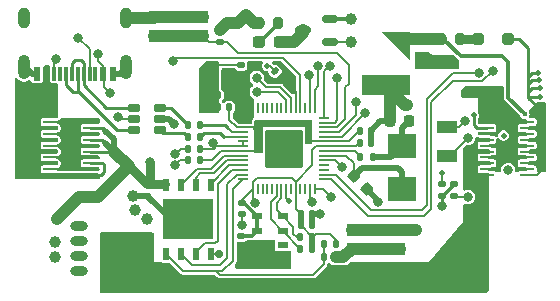
<source format=gtl>
G04 #@! TF.GenerationSoftware,KiCad,Pcbnew,7.0.5-0*
G04 #@! TF.CreationDate,2023-09-26T15:29:12-04:00*
G04 #@! TF.ProjectId,Rudolph_Tracker,5275646f-6c70-4685-9f54-7261636b6572,rev?*
G04 #@! TF.SameCoordinates,Original*
G04 #@! TF.FileFunction,Copper,L1,Top*
G04 #@! TF.FilePolarity,Positive*
%FSLAX46Y46*%
G04 Gerber Fmt 4.6, Leading zero omitted, Abs format (unit mm)*
G04 Created by KiCad (PCBNEW 7.0.5-0) date 2023-09-26 15:29:12*
%MOMM*%
%LPD*%
G01*
G04 APERTURE LIST*
G04 Aperture macros list*
%AMRoundRect*
0 Rectangle with rounded corners*
0 $1 Rounding radius*
0 $2 $3 $4 $5 $6 $7 $8 $9 X,Y pos of 4 corners*
0 Add a 4 corners polygon primitive as box body*
4,1,4,$2,$3,$4,$5,$6,$7,$8,$9,$2,$3,0*
0 Add four circle primitives for the rounded corners*
1,1,$1+$1,$2,$3*
1,1,$1+$1,$4,$5*
1,1,$1+$1,$6,$7*
1,1,$1+$1,$8,$9*
0 Add four rect primitives between the rounded corners*
20,1,$1+$1,$2,$3,$4,$5,0*
20,1,$1+$1,$4,$5,$6,$7,0*
20,1,$1+$1,$6,$7,$8,$9,0*
20,1,$1+$1,$8,$9,$2,$3,0*%
%AMFreePoly0*
4,1,12,0.600035,0.600035,0.600050,0.600000,0.600050,-1.800000,0.600036,-1.800036,0.600000,-1.800050,0.599965,-1.800036,-1.800035,0.599965,-1.800050,0.600000,-1.800035,0.600035,-1.800000,0.600050,0.600000,0.600050,0.600035,0.600035,0.600035,0.600035,$1*%
G04 Aperture macros list end*
G04 #@! TA.AperFunction,SMDPad,CuDef*
%ADD10RoundRect,0.135000X0.135000X0.185000X-0.135000X0.185000X-0.135000X-0.185000X0.135000X-0.185000X0*%
G04 #@! TD*
G04 #@! TA.AperFunction,SMDPad,CuDef*
%ADD11RoundRect,0.050000X0.050000X-0.387500X0.050000X0.387500X-0.050000X0.387500X-0.050000X-0.387500X0*%
G04 #@! TD*
G04 #@! TA.AperFunction,SMDPad,CuDef*
%ADD12RoundRect,0.050000X0.387500X-0.050000X0.387500X0.050000X-0.387500X0.050000X-0.387500X-0.050000X0*%
G04 #@! TD*
G04 #@! TA.AperFunction,ComponentPad*
%ADD13C,0.600000*%
G04 #@! TD*
G04 #@! TA.AperFunction,SMDPad,CuDef*
%ADD14RoundRect,0.144000X1.456000X-1.456000X1.456000X1.456000X-1.456000X1.456000X-1.456000X-1.456000X0*%
G04 #@! TD*
G04 #@! TA.AperFunction,SMDPad,CuDef*
%ADD15RoundRect,0.200000X-0.200000X-0.275000X0.200000X-0.275000X0.200000X0.275000X-0.200000X0.275000X0*%
G04 #@! TD*
G04 #@! TA.AperFunction,SMDPad,CuDef*
%ADD16RoundRect,0.237500X0.287500X0.237500X-0.287500X0.237500X-0.287500X-0.237500X0.287500X-0.237500X0*%
G04 #@! TD*
G04 #@! TA.AperFunction,SMDPad,CuDef*
%ADD17RoundRect,0.200000X0.200000X0.275000X-0.200000X0.275000X-0.200000X-0.275000X0.200000X-0.275000X0*%
G04 #@! TD*
G04 #@! TA.AperFunction,SMDPad,CuDef*
%ADD18RoundRect,0.237500X-0.237500X0.250000X-0.237500X-0.250000X0.237500X-0.250000X0.237500X0.250000X0*%
G04 #@! TD*
G04 #@! TA.AperFunction,SMDPad,CuDef*
%ADD19RoundRect,0.225000X0.335876X0.017678X0.017678X0.335876X-0.335876X-0.017678X-0.017678X-0.335876X0*%
G04 #@! TD*
G04 #@! TA.AperFunction,SMDPad,CuDef*
%ADD20R,2.400000X2.000000*%
G04 #@! TD*
G04 #@! TA.AperFunction,SMDPad,CuDef*
%ADD21FreePoly0,0.000000*%
G04 #@! TD*
G04 #@! TA.AperFunction,SMDPad,CuDef*
%ADD22R,4.100000X1.700000*%
G04 #@! TD*
G04 #@! TA.AperFunction,SMDPad,CuDef*
%ADD23R,1.200000X0.250000*%
G04 #@! TD*
G04 #@! TA.AperFunction,SMDPad,CuDef*
%ADD24RoundRect,0.140000X0.140000X0.170000X-0.140000X0.170000X-0.140000X-0.170000X0.140000X-0.170000X0*%
G04 #@! TD*
G04 #@! TA.AperFunction,SMDPad,CuDef*
%ADD25RoundRect,0.135000X0.185000X-0.135000X0.185000X0.135000X-0.185000X0.135000X-0.185000X-0.135000X0*%
G04 #@! TD*
G04 #@! TA.AperFunction,SMDPad,CuDef*
%ADD26RoundRect,0.140000X-0.140000X-0.170000X0.140000X-0.170000X0.140000X0.170000X-0.140000X0.170000X0*%
G04 #@! TD*
G04 #@! TA.AperFunction,SMDPad,CuDef*
%ADD27R,1.800000X1.000000*%
G04 #@! TD*
G04 #@! TA.AperFunction,SMDPad,CuDef*
%ADD28R,0.900000X1.000000*%
G04 #@! TD*
G04 #@! TA.AperFunction,SMDPad,CuDef*
%ADD29RoundRect,0.225000X-0.225000X-0.250000X0.225000X-0.250000X0.225000X0.250000X-0.225000X0.250000X0*%
G04 #@! TD*
G04 #@! TA.AperFunction,SMDPad,CuDef*
%ADD30R,0.500000X1.100000*%
G04 #@! TD*
G04 #@! TA.AperFunction,SMDPad,CuDef*
%ADD31R,4.300000X3.400000*%
G04 #@! TD*
G04 #@! TA.AperFunction,SMDPad,CuDef*
%ADD32RoundRect,0.162500X0.367500X0.162500X-0.367500X0.162500X-0.367500X-0.162500X0.367500X-0.162500X0*%
G04 #@! TD*
G04 #@! TA.AperFunction,SMDPad,CuDef*
%ADD33C,1.000000*%
G04 #@! TD*
G04 #@! TA.AperFunction,SMDPad,CuDef*
%ADD34RoundRect,0.140000X0.219203X0.021213X0.021213X0.219203X-0.219203X-0.021213X-0.021213X-0.219203X0*%
G04 #@! TD*
G04 #@! TA.AperFunction,SMDPad,CuDef*
%ADD35RoundRect,0.140000X0.170000X-0.140000X0.170000X0.140000X-0.170000X0.140000X-0.170000X-0.140000X0*%
G04 #@! TD*
G04 #@! TA.AperFunction,SMDPad,CuDef*
%ADD36R,0.600000X1.150000*%
G04 #@! TD*
G04 #@! TA.AperFunction,SMDPad,CuDef*
%ADD37R,0.300000X1.150000*%
G04 #@! TD*
G04 #@! TA.AperFunction,ComponentPad*
%ADD38O,1.000000X2.100000*%
G04 #@! TD*
G04 #@! TA.AperFunction,ComponentPad*
%ADD39O,1.000000X1.800000*%
G04 #@! TD*
G04 #@! TA.AperFunction,SMDPad,CuDef*
%ADD40RoundRect,0.250000X-0.250000X-0.250000X0.250000X-0.250000X0.250000X0.250000X-0.250000X0.250000X0*%
G04 #@! TD*
G04 #@! TA.AperFunction,SMDPad,CuDef*
%ADD41RoundRect,0.225000X0.225000X0.250000X-0.225000X0.250000X-0.225000X-0.250000X0.225000X-0.250000X0*%
G04 #@! TD*
G04 #@! TA.AperFunction,SMDPad,CuDef*
%ADD42RoundRect,0.135000X-0.185000X0.135000X-0.185000X-0.135000X0.185000X-0.135000X0.185000X0.135000X0*%
G04 #@! TD*
G04 #@! TA.AperFunction,SMDPad,CuDef*
%ADD43RoundRect,0.140000X-0.170000X0.140000X-0.170000X-0.140000X0.170000X-0.140000X0.170000X0.140000X0*%
G04 #@! TD*
G04 #@! TA.AperFunction,SMDPad,CuDef*
%ADD44R,0.950000X0.550000*%
G04 #@! TD*
G04 #@! TA.AperFunction,SMDPad,CuDef*
%ADD45RoundRect,0.150000X0.512500X0.150000X-0.512500X0.150000X-0.512500X-0.150000X0.512500X-0.150000X0*%
G04 #@! TD*
G04 #@! TA.AperFunction,SMDPad,CuDef*
%ADD46O,1.500000X0.800000*%
G04 #@! TD*
G04 #@! TA.AperFunction,ViaPad*
%ADD47C,0.800000*%
G04 #@! TD*
G04 #@! TA.AperFunction,ViaPad*
%ADD48C,0.700000*%
G04 #@! TD*
G04 #@! TA.AperFunction,ViaPad*
%ADD49C,0.500000*%
G04 #@! TD*
G04 #@! TA.AperFunction,ViaPad*
%ADD50C,1.000000*%
G04 #@! TD*
G04 #@! TA.AperFunction,ViaPad*
%ADD51C,0.600000*%
G04 #@! TD*
G04 #@! TA.AperFunction,ViaPad*
%ADD52C,0.410000*%
G04 #@! TD*
G04 #@! TA.AperFunction,Conductor*
%ADD53C,0.500000*%
G04 #@! TD*
G04 #@! TA.AperFunction,Conductor*
%ADD54C,1.000000*%
G04 #@! TD*
G04 #@! TA.AperFunction,Conductor*
%ADD55C,0.150000*%
G04 #@! TD*
G04 #@! TA.AperFunction,Conductor*
%ADD56C,0.200000*%
G04 #@! TD*
G04 #@! TA.AperFunction,Conductor*
%ADD57C,0.250000*%
G04 #@! TD*
G04 #@! TA.AperFunction,Conductor*
%ADD58C,0.300000*%
G04 #@! TD*
G04 #@! TA.AperFunction,Conductor*
%ADD59C,0.800000*%
G04 #@! TD*
G04 #@! TA.AperFunction,Conductor*
%ADD60C,0.286000*%
G04 #@! TD*
G04 #@! TA.AperFunction,Conductor*
%ADD61C,0.100000*%
G04 #@! TD*
G04 APERTURE END LIST*
D10*
X94910000Y-127200000D03*
X93890000Y-127200000D03*
D11*
X89900000Y-123137500D03*
X90300000Y-123137500D03*
X90700000Y-123137500D03*
X91100000Y-123137500D03*
X91500000Y-123137500D03*
X91900000Y-123137500D03*
X92300000Y-123137500D03*
X92700000Y-123137500D03*
X93100000Y-123137500D03*
X93500000Y-123137500D03*
X93900000Y-123137500D03*
X94300000Y-123137500D03*
X94700000Y-123137500D03*
X95100000Y-123137500D03*
D12*
X95937500Y-122300000D03*
X95937500Y-121900000D03*
X95937500Y-121500000D03*
X95937500Y-121100000D03*
X95937500Y-120700000D03*
X95937500Y-120300000D03*
X95937500Y-119900000D03*
X95937500Y-119500000D03*
X95937500Y-119100000D03*
X95937500Y-118700000D03*
X95937500Y-118300000D03*
X95937500Y-117900000D03*
X95937500Y-117500000D03*
X95937500Y-117100000D03*
D11*
X95100000Y-116262500D03*
X94700000Y-116262500D03*
X94300000Y-116262500D03*
X93900000Y-116262500D03*
X93500000Y-116262500D03*
X93100000Y-116262500D03*
X92700000Y-116262500D03*
X92300000Y-116262500D03*
X91900000Y-116262500D03*
X91500000Y-116262500D03*
X91100000Y-116262500D03*
X90700000Y-116262500D03*
X90300000Y-116262500D03*
X89900000Y-116262500D03*
D12*
X89062500Y-117100000D03*
X89062500Y-117500000D03*
X89062500Y-117900000D03*
X89062500Y-118300000D03*
X89062500Y-118700000D03*
X89062500Y-119100000D03*
X89062500Y-119500000D03*
X89062500Y-119900000D03*
X89062500Y-120300000D03*
X89062500Y-120700000D03*
X89062500Y-121100000D03*
X89062500Y-121500000D03*
X89062500Y-121900000D03*
X89062500Y-122300000D03*
D13*
X91225000Y-120975000D03*
X92500000Y-120975000D03*
X93775000Y-120975000D03*
X91225000Y-119700000D03*
X92500000Y-119700000D03*
D14*
X92500000Y-119700000D03*
D13*
X93775000Y-119700000D03*
X91225000Y-118425000D03*
X92500000Y-118425000D03*
X93775000Y-118425000D03*
D15*
X90375000Y-109100000D03*
X92025000Y-109100000D03*
D16*
X92175000Y-110700000D03*
X90425000Y-110700000D03*
D17*
X107425000Y-110400000D03*
X105775000Y-110400000D03*
D10*
X94910000Y-128200000D03*
X93890000Y-128200000D03*
X96910000Y-128900000D03*
X95890000Y-128900000D03*
D18*
X104300000Y-110387500D03*
X104300000Y-112212500D03*
D19*
X99548008Y-123148008D03*
X98451992Y-122051992D03*
D20*
X102500000Y-119450000D03*
X102500000Y-123150000D03*
D21*
X102600000Y-110400000D03*
D22*
X101150000Y-114350000D03*
D23*
X72700001Y-121950001D03*
X72700001Y-121450002D03*
X72700001Y-120950000D03*
X72700001Y-120450001D03*
X72700001Y-119950000D03*
X72700001Y-119450000D03*
X72700001Y-118950002D03*
X72700001Y-118450000D03*
X72700001Y-117950001D03*
X72700001Y-117449999D03*
X76100002Y-121950001D03*
X76100002Y-121450002D03*
X76100002Y-120950000D03*
X76100002Y-120450001D03*
X76100002Y-119950000D03*
X76100002Y-119450000D03*
X76100002Y-118950002D03*
X76100002Y-118450000D03*
X76100002Y-117950001D03*
X76100002Y-117449999D03*
D24*
X87880000Y-115200000D03*
X86920000Y-115200000D03*
D25*
X106900000Y-123710000D03*
X106900000Y-122690000D03*
D26*
X98920000Y-119200000D03*
X99880000Y-119200000D03*
D27*
X106300000Y-120350000D03*
X106300000Y-117850000D03*
D24*
X85380000Y-120700000D03*
X84420000Y-120700000D03*
D28*
X98250000Y-126600000D03*
X102350000Y-126600000D03*
X98250000Y-128200000D03*
X102350000Y-128200000D03*
D10*
X96910000Y-127800000D03*
X95890000Y-127800000D03*
D29*
X101525000Y-117400000D03*
X103075000Y-117400000D03*
D30*
X82495000Y-128600000D03*
X83765000Y-128600000D03*
X85035000Y-128600000D03*
X86305000Y-128600000D03*
X86305000Y-122800000D03*
X85035000Y-122800000D03*
X83765000Y-122800000D03*
X82495000Y-122800000D03*
D31*
X84400000Y-125700000D03*
D24*
X87880000Y-116200000D03*
X86920000Y-116200000D03*
D28*
X81550000Y-108600000D03*
X85650000Y-108600000D03*
X81550000Y-110200000D03*
X85650000Y-110200000D03*
D10*
X85410000Y-117700000D03*
X84390000Y-117700000D03*
X100010000Y-120400000D03*
X98990000Y-120400000D03*
D32*
X82000000Y-118150000D03*
X82000000Y-117200000D03*
X82000000Y-116250000D03*
X79800000Y-116250000D03*
X79800000Y-117200000D03*
X79800000Y-118150000D03*
D10*
X85410000Y-118700000D03*
X84390000Y-118700000D03*
D33*
X70800000Y-121300000D03*
D34*
X92439411Y-113839411D03*
X91760589Y-113160589D03*
D35*
X88900000Y-113580000D03*
X88900000Y-112620000D03*
D36*
X78000000Y-113380000D03*
X77200000Y-113380000D03*
D37*
X76050000Y-113380000D03*
X75050000Y-113380000D03*
X74550000Y-113380000D03*
X73550000Y-113380000D03*
D36*
X72400000Y-113380000D03*
X71600000Y-113380000D03*
X71600000Y-113380000D03*
X72400000Y-113380000D03*
D37*
X73050000Y-113380000D03*
X74050000Y-113380000D03*
X75550000Y-113380000D03*
X76550000Y-113380000D03*
D36*
X77200000Y-113380000D03*
X78000000Y-113380000D03*
D38*
X79120000Y-112805000D03*
D39*
X79120000Y-108625000D03*
D38*
X70480000Y-112805000D03*
D39*
X70480000Y-108625000D03*
D26*
X93920000Y-125200000D03*
X94880000Y-125200000D03*
X98920000Y-118200000D03*
X99880000Y-118200000D03*
D40*
X108950000Y-110400000D03*
X111450000Y-110400000D03*
D41*
X87675000Y-113700000D03*
X86125000Y-113700000D03*
D26*
X93920000Y-126200000D03*
X94880000Y-126200000D03*
D42*
X87100000Y-109690000D03*
X87100000Y-110710000D03*
D43*
X88900000Y-127120000D03*
X88900000Y-128080000D03*
X89000000Y-124320000D03*
X89000000Y-125280000D03*
D42*
X105900000Y-122690000D03*
X105900000Y-123710000D03*
D24*
X85380000Y-119700000D03*
X84420000Y-119700000D03*
D44*
X90250000Y-125400000D03*
X90250000Y-126650000D03*
X90250000Y-127900000D03*
X90250000Y-129150000D03*
X92400000Y-129150000D03*
X92400000Y-127900000D03*
X92400000Y-126650000D03*
X92400000Y-125400000D03*
D23*
X109700001Y-121950001D03*
X109700001Y-121450002D03*
X109700001Y-120950000D03*
X109700001Y-120450001D03*
X109700001Y-119950000D03*
X109700001Y-119450000D03*
X109700001Y-118950002D03*
X109700001Y-118450000D03*
X109700001Y-117950001D03*
X109700001Y-117449999D03*
X113100002Y-121950001D03*
X113100002Y-121450002D03*
X113100002Y-120950000D03*
X113100002Y-120450001D03*
X113100002Y-119950000D03*
X113100002Y-119450000D03*
X113100002Y-118950002D03*
X113100002Y-118450000D03*
X113100002Y-117950001D03*
X113100002Y-117449999D03*
D43*
X80900000Y-122720000D03*
X80900000Y-123680000D03*
D45*
X96437500Y-110650000D03*
X96437500Y-108750000D03*
X94162500Y-109700000D03*
D46*
X75150000Y-130105000D03*
X75150000Y-128835000D03*
X75150000Y-127565000D03*
X75150000Y-126295000D03*
D47*
X83200000Y-117600000D03*
X97400000Y-121300000D03*
X74400000Y-119700000D03*
X89000000Y-126200000D03*
X74400000Y-118700000D03*
D48*
X89200000Y-129000000D03*
D49*
X86000000Y-116300000D03*
X86800000Y-112600000D03*
D47*
X95600000Y-125200000D03*
X102900000Y-116000000D03*
D50*
X103700000Y-126600000D03*
D47*
X105900000Y-124600000D03*
X74400000Y-117700000D03*
X108000000Y-114900000D03*
D49*
X105300000Y-112300000D03*
X86000000Y-114700000D03*
D47*
X83300000Y-121100000D03*
D49*
X106900000Y-112300000D03*
D47*
X83300000Y-120200000D03*
D50*
X79700000Y-123700000D03*
D47*
X100500000Y-124200000D03*
D50*
X98200000Y-108700000D03*
D47*
X74400000Y-120700000D03*
D49*
X91100000Y-112700000D03*
D48*
X87000000Y-128600000D03*
D49*
X106100000Y-112300000D03*
X85700000Y-115500000D03*
D47*
X90100000Y-124300000D03*
D51*
X89000000Y-115700000D03*
D49*
X108600000Y-116900000D03*
X114200000Y-114600000D03*
D47*
X86500000Y-119200000D03*
D49*
X114100000Y-113900000D03*
D50*
X73300000Y-125700000D03*
D47*
X81200000Y-120800000D03*
D49*
X114300000Y-117700000D03*
X114200000Y-115300000D03*
D47*
X89300000Y-108400000D03*
D49*
X114000000Y-113300000D03*
D50*
X79600000Y-131300000D03*
X81300000Y-131300000D03*
X77500000Y-130800000D03*
X78600000Y-130800000D03*
X77500000Y-129700000D03*
X78600000Y-129700000D03*
D47*
X70300000Y-118100000D03*
X71300000Y-118100000D03*
X78500000Y-117000000D03*
X71300000Y-117100000D03*
X70300000Y-117100000D03*
X71300000Y-116100000D03*
X70300000Y-116100000D03*
X70300000Y-115100000D03*
X71300000Y-115100000D03*
X77800000Y-115000000D03*
X76800000Y-111700000D03*
X75100000Y-110300000D03*
X73200000Y-112100000D03*
D49*
X92900000Y-124100000D03*
D50*
X98200000Y-110700000D03*
D47*
X109000000Y-113300000D03*
X110200000Y-113100000D03*
X108100000Y-123800000D03*
X111500000Y-121500000D03*
D49*
X105900000Y-121800000D03*
X111100000Y-118600000D03*
D47*
X108100000Y-118800000D03*
X107800000Y-117400000D03*
D52*
X112900000Y-116800000D03*
D50*
X79900000Y-124900000D03*
X73100000Y-127600000D03*
D47*
X98600000Y-115800000D03*
X99400000Y-116700000D03*
D50*
X73100000Y-128900000D03*
X80900000Y-125700000D03*
D47*
X97000000Y-113700000D03*
X96400000Y-112700000D03*
X95400000Y-112700000D03*
X94600000Y-113500000D03*
X90200000Y-113700000D03*
X83100000Y-112300000D03*
X96500000Y-123800000D03*
X94900000Y-124200000D03*
X90200000Y-114900000D03*
D53*
X82920000Y-125700000D02*
X84400000Y-125700000D01*
D54*
X81525000Y-108625000D02*
X81550000Y-108600000D01*
X102800000Y-116000000D02*
X102900000Y-116000000D01*
D53*
X78100000Y-113380000D02*
X78645000Y-113380000D01*
X100500000Y-124100000D02*
X99548008Y-123148008D01*
D55*
X86820000Y-112620000D02*
X86800000Y-112600000D01*
D53*
X71600000Y-113380000D02*
X71155000Y-113380000D01*
X94880000Y-126200000D02*
X94880000Y-125200000D01*
X100500000Y-124200000D02*
X100500000Y-124100000D01*
X99880000Y-118200000D02*
X100680000Y-117400000D01*
D55*
X98150000Y-108750000D02*
X98200000Y-108700000D01*
X91760589Y-113160589D02*
X91300000Y-112700000D01*
D56*
X83800000Y-119700000D02*
X84420000Y-119700000D01*
X89000000Y-125280000D02*
X89000000Y-126200000D01*
D53*
X80900000Y-123680000D02*
X79720000Y-123680000D01*
X100680000Y-117400000D02*
X101525000Y-117400000D01*
D54*
X98250000Y-126600000D02*
X102350000Y-126600000D01*
D56*
X96800000Y-120700000D02*
X97400000Y-121300000D01*
X84420000Y-120700000D02*
X83700000Y-120700000D01*
X83700000Y-120700000D02*
X83300000Y-121100000D01*
D54*
X101150000Y-114350000D02*
X102800000Y-116000000D01*
D53*
X80900000Y-123680000D02*
X82920000Y-125700000D01*
X99880000Y-119200000D02*
X99880000Y-118200000D01*
D54*
X101525000Y-114725000D02*
X101150000Y-114350000D01*
X79120000Y-108625000D02*
X81525000Y-108625000D01*
D53*
X82800000Y-117200000D02*
X83200000Y-117600000D01*
D57*
X106900000Y-122710000D02*
X105900000Y-123710000D01*
D56*
X89200000Y-129000000D02*
X88900000Y-128700000D01*
X83300000Y-120200000D02*
X83800000Y-119700000D01*
D55*
X88900000Y-112620000D02*
X86820000Y-112620000D01*
D54*
X101525000Y-117400000D02*
X101525000Y-114725000D01*
D56*
X88900000Y-128700000D02*
X88900000Y-128080000D01*
D57*
X106900000Y-122690000D02*
X106900000Y-122710000D01*
X105900000Y-123710000D02*
X105900000Y-124600000D01*
D53*
X94880000Y-125200000D02*
X95600000Y-125200000D01*
X78645000Y-113380000D02*
X79220000Y-112805000D01*
D55*
X91300000Y-112700000D02*
X91100000Y-112700000D01*
D54*
X81550000Y-108600000D02*
X85650000Y-108600000D01*
D55*
X87000000Y-128600000D02*
X86305000Y-128600000D01*
D58*
X96437500Y-108750000D02*
X98150000Y-108750000D01*
D55*
X79720000Y-123680000D02*
X79700000Y-123700000D01*
D53*
X82000000Y-117200000D02*
X82800000Y-117200000D01*
X71155000Y-113380000D02*
X70580000Y-112805000D01*
D56*
X95937500Y-120700000D02*
X96800000Y-120700000D01*
D54*
X102350000Y-126600000D02*
X103700000Y-126600000D01*
D56*
X97700000Y-117200000D02*
X97700000Y-114500000D01*
X87720000Y-110710000D02*
X86160000Y-110710000D01*
X88610000Y-111600000D02*
X87720000Y-110710000D01*
X95937500Y-117900000D02*
X97000000Y-117900000D01*
X97000000Y-111600000D02*
X88610000Y-111600000D01*
X97000000Y-117900000D02*
X97700000Y-117200000D01*
X97700000Y-114500000D02*
X98000000Y-114200000D01*
X98000000Y-112600000D02*
X97000000Y-111600000D01*
D54*
X85650000Y-110200000D02*
X81550000Y-110200000D01*
D56*
X98000000Y-114200000D02*
X98000000Y-112600000D01*
X86160000Y-110710000D02*
X85650000Y-110200000D01*
D54*
X97550000Y-128900000D02*
X96910000Y-128900000D01*
X98250000Y-128200000D02*
X97550000Y-128900000D01*
X98250000Y-128200000D02*
X102350000Y-128200000D01*
D53*
X102201992Y-121351992D02*
X102500000Y-121650000D01*
X102500000Y-121650000D02*
X102500000Y-123150000D01*
D56*
X98451992Y-120951992D02*
X97800000Y-120300000D01*
D53*
X99151992Y-121351992D02*
X102201992Y-121351992D01*
X98451992Y-122051992D02*
X99151992Y-121351992D01*
D56*
X97800000Y-120300000D02*
X95937500Y-120300000D01*
X98451992Y-122051992D02*
X98451992Y-120951992D01*
D53*
X102500000Y-117975000D02*
X102500000Y-119450000D01*
X103075000Y-117400000D02*
X102500000Y-117975000D01*
X101550000Y-120400000D02*
X102500000Y-119450000D01*
X100010000Y-120400000D02*
X101550000Y-120400000D01*
D56*
X89062500Y-117900000D02*
X88500000Y-117900000D01*
X87880000Y-117280000D02*
X87880000Y-116200000D01*
X86400000Y-120700000D02*
X85380000Y-120700000D01*
X95937500Y-119100000D02*
X98000000Y-119100000D01*
X98000000Y-119100000D02*
X98900000Y-118200000D01*
X89062500Y-119900000D02*
X87200000Y-119900000D01*
X98900000Y-118200000D02*
X98920000Y-118200000D01*
X87200000Y-119900000D02*
X86400000Y-120700000D01*
X89900000Y-117900000D02*
X90100000Y-118100000D01*
X88500000Y-117900000D02*
X87880000Y-117280000D01*
X89062500Y-119900000D02*
X90300000Y-119900000D01*
X95937500Y-119100000D02*
X94700000Y-119100000D01*
X89062500Y-117900000D02*
X89900000Y-117900000D01*
X93500000Y-123137500D02*
X93500000Y-124780000D01*
D59*
X80900000Y-122720000D02*
X81200000Y-122420000D01*
D56*
X86800000Y-119500000D02*
X86500000Y-119200000D01*
D58*
X90250000Y-126650000D02*
X90250000Y-125400000D01*
D56*
X93500000Y-116262500D02*
X93500000Y-114900000D01*
X89062500Y-119500000D02*
X86800000Y-119500000D01*
D58*
X89780000Y-127120000D02*
X88900000Y-127120000D01*
D57*
X108600000Y-116900000D02*
X108600000Y-117700000D01*
D54*
X89300000Y-108400000D02*
X90000000Y-109100000D01*
D56*
X98620000Y-119500000D02*
X98920000Y-119200000D01*
D57*
X113500000Y-113900000D02*
X113200000Y-114200000D01*
D56*
X89062500Y-117500000D02*
X89062500Y-117100000D01*
D53*
X78130000Y-118930000D02*
X78130000Y-119950000D01*
D54*
X89300000Y-108400000D02*
X88600000Y-109100000D01*
D56*
X82415000Y-122720000D02*
X82495000Y-122800000D01*
X96400000Y-126900000D02*
X96910000Y-127410000D01*
X93500000Y-122500000D02*
X93200000Y-122200000D01*
D54*
X76800000Y-123800000D02*
X79390000Y-121210000D01*
D56*
X90200000Y-122200000D02*
X89900000Y-122500000D01*
D53*
X94910000Y-128200000D02*
X94910000Y-127200000D01*
D54*
X75200000Y-123800000D02*
X76800000Y-123800000D01*
D57*
X76100002Y-118950002D02*
X77130002Y-118950002D01*
X113200000Y-114900000D02*
X113200000Y-115400000D01*
D58*
X89170000Y-124320000D02*
X90250000Y-125400000D01*
D54*
X78130000Y-119950000D02*
X79390000Y-121210000D01*
D56*
X94910000Y-127200000D02*
X93920000Y-126210000D01*
D57*
X77130002Y-118950002D02*
X77390000Y-119210000D01*
D59*
X81200000Y-122420000D02*
X81200000Y-120800000D01*
D57*
X113500000Y-113300000D02*
X113200000Y-113600000D01*
D56*
X89062500Y-119100000D02*
X89062500Y-119500000D01*
D57*
X113300000Y-115300000D02*
X113200000Y-115400000D01*
D56*
X93200000Y-122200000D02*
X90200000Y-122200000D01*
D57*
X108850001Y-117950001D02*
X109700001Y-117950001D01*
D53*
X93920000Y-125200000D02*
X93920000Y-126200000D01*
D56*
X89900000Y-123137500D02*
X89000000Y-124037500D01*
X89900000Y-122500000D02*
X89900000Y-123137500D01*
X93500000Y-123137500D02*
X93500000Y-122500000D01*
D54*
X88600000Y-109100000D02*
X87690000Y-109100000D01*
D57*
X114200000Y-114600000D02*
X113500000Y-114600000D01*
D56*
X93500000Y-114900000D02*
X92439411Y-113839411D01*
X89000000Y-124037500D02*
X89000000Y-124320000D01*
X95937500Y-119500000D02*
X95200000Y-119500000D01*
D57*
X114200000Y-115300000D02*
X113300000Y-115300000D01*
X113200000Y-111200000D02*
X113200000Y-113600000D01*
X113200000Y-115400000D02*
X114000000Y-116200000D01*
D56*
X95200000Y-119500000D02*
X94900000Y-119800000D01*
X113100002Y-121950001D02*
X113949999Y-121950001D01*
D57*
X113500000Y-114600000D02*
X113200000Y-114900000D01*
X112400000Y-110400000D02*
X113200000Y-111200000D01*
X113200000Y-114200000D02*
X113200000Y-114900000D01*
D56*
X94900000Y-121100000D02*
X93500000Y-122500000D01*
D57*
X113200000Y-113600000D02*
X113200000Y-114200000D01*
D59*
X79390000Y-121210000D02*
X80900000Y-122720000D01*
D57*
X108600000Y-117700000D02*
X108850001Y-117950001D01*
D53*
X77390000Y-119210000D02*
X78130000Y-119950000D01*
D58*
X90250000Y-126650000D02*
X89780000Y-127120000D01*
D56*
X113949999Y-121950001D02*
X114400000Y-121500000D01*
D54*
X73300000Y-125700000D02*
X75200000Y-123800000D01*
X90000000Y-109100000D02*
X90375000Y-109100000D01*
D57*
X114000000Y-113300000D02*
X113500000Y-113300000D01*
X76100002Y-117950001D02*
X77150001Y-117950001D01*
D56*
X89000000Y-124320000D02*
X89170000Y-124320000D01*
X93500000Y-124780000D02*
X93920000Y-125200000D01*
D57*
X114000000Y-116200000D02*
X114000000Y-116400000D01*
D56*
X93920000Y-126210000D02*
X93920000Y-126200000D01*
X94910000Y-127200000D02*
X95210000Y-126900000D01*
D57*
X77150001Y-117950001D02*
X77400000Y-118200000D01*
D56*
X86600000Y-119700000D02*
X85380000Y-119700000D01*
D54*
X87690000Y-109100000D02*
X87100000Y-109690000D01*
D56*
X89900000Y-123137500D02*
X89900000Y-124100000D01*
D59*
X80900000Y-122720000D02*
X82415000Y-122720000D01*
D56*
X96910000Y-127410000D02*
X96910000Y-127800000D01*
X94900000Y-119800000D02*
X94900000Y-121100000D01*
X89900000Y-124100000D02*
X90100000Y-124300000D01*
D57*
X111450000Y-110400000D02*
X112400000Y-110400000D01*
D53*
X77400000Y-118200000D02*
X78130000Y-118930000D01*
D57*
X114100000Y-113900000D02*
X113500000Y-113900000D01*
D56*
X95937500Y-119500000D02*
X98620000Y-119500000D01*
X86800000Y-119500000D02*
X86600000Y-119700000D01*
X95210000Y-126900000D02*
X96400000Y-126900000D01*
D57*
X76100002Y-119950000D02*
X78130000Y-119950000D01*
D60*
X82250000Y-118400000D02*
X84090000Y-118400000D01*
X82000000Y-118150000D02*
X82250000Y-118400000D01*
X84090000Y-118400000D02*
X84390000Y-118700000D01*
X82000000Y-116250000D02*
X82940000Y-116250000D01*
X82940000Y-116250000D02*
X84390000Y-117700000D01*
X74800000Y-112200000D02*
X75300000Y-112200000D01*
X74550000Y-113380000D02*
X74550000Y-112450000D01*
X74550000Y-112450000D02*
X74800000Y-112200000D01*
X75550000Y-112450000D02*
X75550000Y-113380000D01*
X75300000Y-112200000D02*
X75550000Y-112450000D01*
X75550000Y-114350000D02*
X75550000Y-113380000D01*
X79800000Y-116250000D02*
X77450000Y-116250000D01*
X77450000Y-116250000D02*
X75550000Y-114350000D01*
D57*
X77150000Y-120950000D02*
X77300000Y-121100000D01*
X77300000Y-121100000D02*
X77300000Y-121700000D01*
D55*
X76800000Y-112300000D02*
X77200000Y-112700000D01*
D56*
X77300000Y-113380000D02*
X77300000Y-114500000D01*
D57*
X77300000Y-121700000D02*
X77049999Y-121950001D01*
D56*
X79800000Y-117200000D02*
X78700000Y-117200000D01*
D55*
X77200000Y-112700000D02*
X77200000Y-113380000D01*
D56*
X78700000Y-117200000D02*
X78500000Y-117000000D01*
X77300000Y-114500000D02*
X77800000Y-115000000D01*
D55*
X76800000Y-111700000D02*
X76800000Y-112300000D01*
D57*
X76100002Y-120950000D02*
X77150000Y-120950000D01*
X77049999Y-121950001D02*
X76100002Y-121950001D01*
D60*
X74050000Y-114350000D02*
X74650000Y-114950000D01*
X78350000Y-118150000D02*
X75150000Y-114950000D01*
X79800000Y-118150000D02*
X78350000Y-118150000D01*
X75050000Y-114850000D02*
X75050000Y-113380000D01*
D56*
X75150000Y-114950000D02*
X75050000Y-114850000D01*
D60*
X74650000Y-114950000D02*
X75150000Y-114950000D01*
X74050000Y-113380000D02*
X74050000Y-114350000D01*
D54*
X94162500Y-109700000D02*
X94162500Y-109937500D01*
X93400000Y-110700000D02*
X92175000Y-110700000D01*
X94162500Y-109937500D02*
X93400000Y-110700000D01*
D57*
X92025000Y-109100000D02*
X90425000Y-110700000D01*
D55*
X76050000Y-113380000D02*
X76050000Y-111250000D01*
X76050000Y-111250000D02*
X75100000Y-110300000D01*
D56*
X73050000Y-112250000D02*
X73050000Y-113380000D01*
X73200000Y-112100000D02*
X73050000Y-112250000D01*
X98200000Y-110700000D02*
X96487500Y-110700000D01*
X96487500Y-110700000D02*
X96437500Y-110650000D01*
X92700000Y-123900000D02*
X92700000Y-123137500D01*
X92900000Y-124100000D02*
X92700000Y-123900000D01*
X98490000Y-119900000D02*
X98990000Y-120400000D01*
X95937500Y-119900000D02*
X98490000Y-119900000D01*
D60*
X87400000Y-118700000D02*
X87100000Y-118400000D01*
X85710000Y-118400000D02*
X85410000Y-118700000D01*
X87100000Y-118400000D02*
X85710000Y-118400000D01*
D56*
X89062500Y-118700000D02*
X87400000Y-118700000D01*
X88100000Y-118300000D02*
X87800000Y-118000000D01*
D60*
X87800000Y-118000000D02*
X87500000Y-117700000D01*
D56*
X89062500Y-118300000D02*
X88100000Y-118300000D01*
D60*
X87500000Y-117700000D02*
X85410000Y-117700000D01*
D56*
X86800000Y-130100000D02*
X83995000Y-130100000D01*
X87100000Y-130400000D02*
X95000000Y-130400000D01*
X88200000Y-129200000D02*
X87300000Y-130100000D01*
X88200000Y-123162500D02*
X88200000Y-129200000D01*
X89062500Y-122300000D02*
X88200000Y-123162500D01*
X86800000Y-130100000D02*
X87100000Y-130400000D01*
X95890000Y-129510000D02*
X95890000Y-128900000D01*
X95000000Y-130400000D02*
X95890000Y-129510000D01*
X87300000Y-130100000D02*
X86800000Y-130100000D01*
X83995000Y-130100000D02*
X82495000Y-128600000D01*
X95890000Y-128900000D02*
X95890000Y-127800000D01*
X104600000Y-115500000D02*
X104600000Y-124500000D01*
X109000000Y-113300000D02*
X106800000Y-113300000D01*
X106800000Y-113300000D02*
X104600000Y-115500000D01*
X104600000Y-124500000D02*
X104200000Y-124900000D01*
X104200000Y-124900000D02*
X99900000Y-124900000D01*
X96900000Y-121900000D02*
X95937500Y-121900000D01*
X99900000Y-124900000D02*
X96900000Y-121900000D01*
X109300000Y-114000000D02*
X106800000Y-114000000D01*
X99600000Y-125400000D02*
X96500000Y-122300000D01*
X96500000Y-122300000D02*
X95937500Y-122300000D01*
X106800000Y-114000000D02*
X105000000Y-115800000D01*
X105000000Y-115800000D02*
X105000000Y-124800000D01*
X104400000Y-125400000D02*
X99600000Y-125400000D01*
X105000000Y-124800000D02*
X104400000Y-125400000D01*
X110200000Y-113100000D02*
X109300000Y-114000000D01*
D55*
X108100000Y-123800000D02*
X106990000Y-123800000D01*
X106990000Y-123800000D02*
X106900000Y-123710000D01*
X105900000Y-121800000D02*
X105900000Y-122690000D01*
D56*
X93600000Y-127200000D02*
X93300000Y-126900000D01*
X91900000Y-124300000D02*
X91900000Y-124900000D01*
X93300000Y-126300000D02*
X92400000Y-125400000D01*
X92300000Y-123900000D02*
X91900000Y-124300000D01*
X92300000Y-123137500D02*
X92300000Y-123900000D01*
X93300000Y-126900000D02*
X93300000Y-126300000D01*
X93890000Y-127200000D02*
X93600000Y-127200000D01*
X91900000Y-124900000D02*
X92400000Y-125400000D01*
X93890000Y-128200000D02*
X92400000Y-126710000D01*
X91400000Y-124200000D02*
X91400000Y-125700000D01*
X91900000Y-123137500D02*
X91900000Y-123700000D01*
X92350000Y-126650000D02*
X92400000Y-126650000D01*
X92400000Y-126710000D02*
X92400000Y-126650000D01*
X91900000Y-123700000D02*
X91400000Y-124200000D01*
X91400000Y-125700000D02*
X92350000Y-126650000D01*
X87700000Y-129000000D02*
X87700000Y-122700000D01*
X83765000Y-128600000D02*
X84765000Y-129600000D01*
X87100000Y-129600000D02*
X87700000Y-129000000D01*
X84765000Y-129600000D02*
X87100000Y-129600000D01*
X88500000Y-121900000D02*
X89062500Y-121900000D01*
X87700000Y-122700000D02*
X88500000Y-121900000D01*
X85800000Y-127700000D02*
X86700000Y-127700000D01*
X86900000Y-127500000D02*
X86900000Y-122700000D01*
X86700000Y-127700000D02*
X86900000Y-127500000D01*
X85035000Y-128465000D02*
X85800000Y-127700000D01*
X88100000Y-121500000D02*
X89062500Y-121500000D01*
X86900000Y-122700000D02*
X88100000Y-121500000D01*
X85035000Y-128600000D02*
X85035000Y-128465000D01*
X86305000Y-122800000D02*
X86305000Y-122695000D01*
X87900000Y-121100000D02*
X89062500Y-121100000D01*
X86305000Y-122695000D02*
X87900000Y-121100000D01*
X85400000Y-121800000D02*
X86600000Y-121800000D01*
X85035000Y-122800000D02*
X85035000Y-122165000D01*
X87700000Y-120700000D02*
X89062500Y-120700000D01*
X85035000Y-122165000D02*
X85400000Y-121800000D01*
X86600000Y-121800000D02*
X87700000Y-120700000D01*
X87400000Y-120300000D02*
X89062500Y-120300000D01*
X85165000Y-121400000D02*
X86300000Y-121400000D01*
X86300000Y-121400000D02*
X87400000Y-120300000D01*
X83765000Y-122800000D02*
X85165000Y-121400000D01*
X106300000Y-120350000D02*
X106550000Y-120350000D01*
X106550000Y-120350000D02*
X108100000Y-118800000D01*
X107800000Y-117400000D02*
X107350000Y-117850000D01*
X107350000Y-117850000D02*
X106300000Y-117850000D01*
D61*
X102612500Y-110387500D02*
X102600000Y-110400000D01*
D58*
X111000000Y-111900000D02*
X107500000Y-111900000D01*
X112900000Y-116800000D02*
X111500000Y-115400000D01*
D54*
X105762500Y-110387500D02*
X105775000Y-110400000D01*
D58*
X106000000Y-110400000D02*
X105775000Y-110400000D01*
X111500000Y-112400000D02*
X111000000Y-111900000D01*
D54*
X104300000Y-110387500D02*
X102612500Y-110387500D01*
X104300000Y-110387500D02*
X105762500Y-110387500D01*
D58*
X107500000Y-111900000D02*
X106000000Y-110400000D01*
X111500000Y-115400000D02*
X111500000Y-112400000D01*
D59*
X108950000Y-110400000D02*
X107425000Y-110400000D01*
D56*
X97200000Y-118300000D02*
X95937500Y-118300000D01*
X98600000Y-116900000D02*
X97200000Y-118300000D01*
X98600000Y-115800000D02*
X98600000Y-116900000D01*
X99400000Y-116700000D02*
X97400000Y-118700000D01*
X97400000Y-118700000D02*
X95937500Y-118700000D01*
X97000000Y-113700000D02*
X97000000Y-117300000D01*
X97000000Y-117300000D02*
X96800000Y-117500000D01*
X96800000Y-117500000D02*
X95937500Y-117500000D01*
X96400000Y-112700000D02*
X95937500Y-113162500D01*
X95937500Y-113162500D02*
X95937500Y-117100000D01*
X95100000Y-116262500D02*
X95100000Y-114700000D01*
X95400000Y-114400000D02*
X95400000Y-112700000D01*
X95100000Y-114700000D02*
X95400000Y-114400000D01*
X94600000Y-113500000D02*
X94700000Y-113600000D01*
X94700000Y-113600000D02*
X94700000Y-116262500D01*
X93100000Y-115400000D02*
X93100000Y-116262500D01*
X92200000Y-114500000D02*
X93100000Y-115400000D01*
X91000000Y-114500000D02*
X92200000Y-114500000D01*
X90200000Y-113700000D02*
X91000000Y-114500000D01*
X92400000Y-112000000D02*
X83400000Y-112000000D01*
X93900000Y-113500000D02*
X92400000Y-112000000D01*
X93900000Y-116262500D02*
X93900000Y-113500000D01*
X83400000Y-112000000D02*
X83100000Y-112300000D01*
X95100000Y-123137500D02*
X95837500Y-123137500D01*
X95837500Y-123137500D02*
X96500000Y-123800000D01*
X94700000Y-124000000D02*
X94900000Y-124200000D01*
X94700000Y-123137500D02*
X94700000Y-124000000D01*
X90200000Y-114900000D02*
X92000000Y-114900000D01*
X92000000Y-114900000D02*
X92700000Y-115600000D01*
X92700000Y-115600000D02*
X92700000Y-116262500D01*
G04 #@! TA.AperFunction,Conductor*
G36*
X111113181Y-114613181D02*
G01*
X111146666Y-114674504D01*
X111149500Y-114700862D01*
X111149500Y-115350788D01*
X111146861Y-115376232D01*
X111144957Y-115385311D01*
X111144957Y-115385317D01*
X111149023Y-115417937D01*
X111149500Y-115425614D01*
X111149500Y-115429040D01*
X111152232Y-115445420D01*
X111152876Y-115449276D01*
X111153245Y-115451808D01*
X111159427Y-115501393D01*
X111161520Y-115508426D01*
X111163907Y-115515379D01*
X111163908Y-115515381D01*
X111169458Y-115525637D01*
X111187691Y-115559330D01*
X111188864Y-115561608D01*
X111210802Y-115606484D01*
X111210804Y-115606486D01*
X111215071Y-115612464D01*
X111219582Y-115618259D01*
X111256341Y-115652098D01*
X111258190Y-115653872D01*
X112478068Y-116873750D01*
X112508315Y-116923105D01*
X112509535Y-116926860D01*
X112509538Y-116926867D01*
X112509539Y-116926868D01*
X112567854Y-117041318D01*
X112567856Y-117041320D01*
X112567858Y-117041323D01*
X112658676Y-117132141D01*
X112658680Y-117132144D01*
X112658682Y-117132146D01*
X112773132Y-117190461D01*
X112773134Y-117190461D01*
X112773136Y-117190462D01*
X112899998Y-117210555D01*
X112900000Y-117210555D01*
X112900001Y-117210555D01*
X112922205Y-117207037D01*
X112956601Y-117201590D01*
X113025895Y-117210544D01*
X113079347Y-117255540D01*
X113099987Y-117322292D01*
X113100000Y-117324063D01*
X113100000Y-117500501D01*
X113080315Y-117567540D01*
X113027511Y-117613295D01*
X112976000Y-117624501D01*
X112480249Y-117624501D01*
X112421772Y-117636132D01*
X112421771Y-117636133D01*
X112355449Y-117680448D01*
X112311134Y-117746770D01*
X112311133Y-117746771D01*
X112299502Y-117805248D01*
X112299502Y-118094753D01*
X112311133Y-118153230D01*
X112311134Y-118153231D01*
X112355449Y-118219553D01*
X112421771Y-118263868D01*
X112421772Y-118263869D01*
X112480249Y-118275500D01*
X112480252Y-118275501D01*
X112480254Y-118275501D01*
X112976000Y-118275501D01*
X113043039Y-118295186D01*
X113088794Y-118347990D01*
X113100000Y-118399501D01*
X113100000Y-118500502D01*
X113080315Y-118567541D01*
X113027511Y-118613296D01*
X112976000Y-118624502D01*
X112480249Y-118624502D01*
X112421772Y-118636133D01*
X112421771Y-118636134D01*
X112355449Y-118680449D01*
X112311134Y-118746771D01*
X112311133Y-118746772D01*
X112299502Y-118805249D01*
X112299502Y-119094754D01*
X112311133Y-119153231D01*
X112311134Y-119153232D01*
X112355449Y-119219554D01*
X112421771Y-119263869D01*
X112421772Y-119263870D01*
X112480249Y-119275501D01*
X112480252Y-119275502D01*
X112480254Y-119275502D01*
X112976000Y-119275502D01*
X113043039Y-119295187D01*
X113088794Y-119347991D01*
X113100000Y-119399502D01*
X113100000Y-119500500D01*
X113080315Y-119567539D01*
X113027511Y-119613294D01*
X112976000Y-119624500D01*
X112480249Y-119624500D01*
X112421772Y-119636131D01*
X112421771Y-119636132D01*
X112355449Y-119680447D01*
X112311134Y-119746769D01*
X112311133Y-119746770D01*
X112299502Y-119805247D01*
X112299502Y-120094752D01*
X112311133Y-120153229D01*
X112311134Y-120153230D01*
X112355449Y-120219552D01*
X112421771Y-120263867D01*
X112421772Y-120263868D01*
X112480249Y-120275499D01*
X112480252Y-120275500D01*
X112480254Y-120275500D01*
X112976000Y-120275500D01*
X113043039Y-120295185D01*
X113088794Y-120347989D01*
X113100000Y-120399500D01*
X113100000Y-120500500D01*
X113080315Y-120567539D01*
X113027511Y-120613294D01*
X112976000Y-120624500D01*
X112480249Y-120624500D01*
X112421772Y-120636131D01*
X112421771Y-120636132D01*
X112355449Y-120680447D01*
X112311134Y-120746769D01*
X112311133Y-120746770D01*
X112299502Y-120805247D01*
X112299502Y-121094752D01*
X112311133Y-121153229D01*
X112311134Y-121153230D01*
X112355449Y-121219552D01*
X112421771Y-121263867D01*
X112421772Y-121263868D01*
X112480249Y-121275499D01*
X112480252Y-121275500D01*
X112480254Y-121275500D01*
X112976000Y-121275500D01*
X113043039Y-121295185D01*
X113088794Y-121347989D01*
X113100000Y-121399500D01*
X113100000Y-121500501D01*
X113080315Y-121567540D01*
X113027511Y-121613295D01*
X112976000Y-121624501D01*
X112480249Y-121624501D01*
X112421772Y-121636132D01*
X112421771Y-121636133D01*
X112357465Y-121679102D01*
X112290788Y-121699980D01*
X112288574Y-121700000D01*
X112220746Y-121700000D01*
X112153707Y-121680315D01*
X112107952Y-121627511D01*
X112097807Y-121559814D01*
X112105682Y-121499999D01*
X112105682Y-121499998D01*
X112085044Y-121343239D01*
X112085044Y-121343238D01*
X112024536Y-121197159D01*
X111928282Y-121071718D01*
X111802841Y-120975464D01*
X111656762Y-120914956D01*
X111656760Y-120914955D01*
X111500001Y-120894318D01*
X111499999Y-120894318D01*
X111343239Y-120914955D01*
X111343237Y-120914956D01*
X111197160Y-120975463D01*
X111071718Y-121071718D01*
X110975463Y-121197160D01*
X110914956Y-121343237D01*
X110914955Y-121343239D01*
X110894318Y-121499998D01*
X110894318Y-121499999D01*
X110902193Y-121559814D01*
X110891428Y-121628849D01*
X110845048Y-121681105D01*
X110779254Y-121700000D01*
X110511429Y-121700000D01*
X110444390Y-121680315D01*
X110442538Y-121679102D01*
X110378231Y-121636133D01*
X110378230Y-121636132D01*
X110319753Y-121624501D01*
X110319749Y-121624501D01*
X109980616Y-121624501D01*
X109920084Y-121608722D01*
X109900937Y-121598012D01*
X109900934Y-121598011D01*
X109900935Y-121598011D01*
X109833903Y-121578328D01*
X109833899Y-121578327D01*
X109833898Y-121578327D01*
X109822853Y-121576738D01*
X109759301Y-121547714D01*
X109721527Y-121488935D01*
X109721528Y-121419066D01*
X109759304Y-121360288D01*
X109822860Y-121331264D01*
X109840505Y-121330002D01*
X109875991Y-121330002D01*
X109876000Y-121330002D01*
X109919684Y-121325305D01*
X109971195Y-121314099D01*
X109981373Y-121311612D01*
X110021802Y-121290067D01*
X110080117Y-121275500D01*
X110319751Y-121275500D01*
X110319752Y-121275499D01*
X110334569Y-121272552D01*
X110378230Y-121263868D01*
X110378230Y-121263867D01*
X110378232Y-121263867D01*
X110444553Y-121219552D01*
X110488868Y-121153231D01*
X110488868Y-121153229D01*
X110488869Y-121153229D01*
X110500500Y-121094752D01*
X110500501Y-121094750D01*
X110500501Y-120805249D01*
X110500500Y-120805247D01*
X110488869Y-120746770D01*
X110488868Y-120746769D01*
X110444553Y-120680447D01*
X110378231Y-120636132D01*
X110378230Y-120636131D01*
X110319753Y-120624500D01*
X110319749Y-120624500D01*
X110080616Y-120624500D01*
X110020084Y-120608721D01*
X110000937Y-120598011D01*
X110000934Y-120598010D01*
X110000935Y-120598010D01*
X109933897Y-120578325D01*
X109898099Y-120573178D01*
X109834544Y-120544152D01*
X109796771Y-120485373D01*
X109796773Y-120415504D01*
X109834548Y-120356726D01*
X109898104Y-120327703D01*
X109902429Y-120327159D01*
X109919684Y-120325304D01*
X109971195Y-120314098D01*
X109981373Y-120311611D01*
X110021800Y-120290067D01*
X110080115Y-120275500D01*
X110319751Y-120275500D01*
X110319752Y-120275499D01*
X110334569Y-120272552D01*
X110378230Y-120263868D01*
X110378230Y-120263867D01*
X110378232Y-120263867D01*
X110444553Y-120219552D01*
X110488868Y-120153231D01*
X110488868Y-120153229D01*
X110488869Y-120153229D01*
X110500500Y-120094752D01*
X110500501Y-120094750D01*
X110500501Y-119805249D01*
X110500500Y-119805247D01*
X110488869Y-119746770D01*
X110488868Y-119746769D01*
X110444553Y-119680447D01*
X110378231Y-119636132D01*
X110378230Y-119636131D01*
X110319753Y-119624500D01*
X110319749Y-119624500D01*
X110080618Y-119624500D01*
X110020085Y-119608721D01*
X110000937Y-119598010D01*
X110000935Y-119598009D01*
X109933897Y-119578324D01*
X109898099Y-119573177D01*
X109834544Y-119544151D01*
X109796771Y-119485372D01*
X109796773Y-119415503D01*
X109834548Y-119356725D01*
X109898104Y-119327702D01*
X109902429Y-119327158D01*
X109919684Y-119325303D01*
X109971195Y-119314097D01*
X109981373Y-119311610D01*
X110021795Y-119290069D01*
X110080109Y-119275502D01*
X110319751Y-119275502D01*
X110319752Y-119275501D01*
X110334569Y-119272554D01*
X110378230Y-119263870D01*
X110378230Y-119263869D01*
X110378232Y-119263869D01*
X110444553Y-119219554D01*
X110488868Y-119153233D01*
X110488868Y-119153231D01*
X110488869Y-119153231D01*
X110500500Y-119094754D01*
X110500501Y-119094752D01*
X110500501Y-118928530D01*
X110520186Y-118861491D01*
X110572990Y-118815736D01*
X110642148Y-118805792D01*
X110705704Y-118834817D01*
X110718208Y-118847321D01*
X110801951Y-118943967D01*
X110910931Y-119014004D01*
X111035225Y-119050499D01*
X111035227Y-119050500D01*
X111035228Y-119050500D01*
X111164773Y-119050500D01*
X111164773Y-119050499D01*
X111289069Y-119014004D01*
X111398049Y-118943967D01*
X111482882Y-118846063D01*
X111536697Y-118728226D01*
X111555133Y-118600000D01*
X111536697Y-118471774D01*
X111482882Y-118353937D01*
X111398049Y-118256033D01*
X111289069Y-118185996D01*
X111289065Y-118185994D01*
X111289064Y-118185994D01*
X111164774Y-118149500D01*
X111164772Y-118149500D01*
X111035228Y-118149500D01*
X111035226Y-118149500D01*
X110910935Y-118185994D01*
X110910932Y-118185995D01*
X110910931Y-118185996D01*
X110884169Y-118203195D01*
X110801950Y-118256033D01*
X110717118Y-118353937D01*
X110717117Y-118353938D01*
X110663302Y-118471774D01*
X110644762Y-118600727D01*
X110615737Y-118664283D01*
X110556959Y-118702057D01*
X110487089Y-118702057D01*
X110453133Y-118686182D01*
X110378231Y-118636134D01*
X110378230Y-118636133D01*
X110319753Y-118624502D01*
X110319749Y-118624502D01*
X110080622Y-118624502D01*
X110020086Y-118608721D01*
X110000940Y-118598011D01*
X109933903Y-118578326D01*
X109933899Y-118578325D01*
X109933898Y-118578325D01*
X109876000Y-118570000D01*
X109875996Y-118570000D01*
X109139130Y-118570000D01*
X109072091Y-118550315D01*
X109071174Y-118549720D01*
X109068233Y-118547793D01*
X109038169Y-118533903D01*
X109013510Y-118522510D01*
X109013508Y-118522509D01*
X109013505Y-118522508D01*
X108999779Y-118518478D01*
X108941002Y-118480703D01*
X108911977Y-118417147D01*
X108921921Y-118347989D01*
X108967676Y-118295185D01*
X109034715Y-118275501D01*
X110319751Y-118275501D01*
X110319752Y-118275500D01*
X110334569Y-118272553D01*
X110378230Y-118263869D01*
X110378230Y-118263868D01*
X110378232Y-118263868D01*
X110444553Y-118219553D01*
X110488868Y-118153232D01*
X110488868Y-118153230D01*
X110488869Y-118153230D01*
X110500500Y-118094753D01*
X110500501Y-118094751D01*
X110500501Y-117805250D01*
X110500500Y-117805248D01*
X110488869Y-117746771D01*
X110488868Y-117746770D01*
X110444553Y-117680448D01*
X110378231Y-117636133D01*
X110378230Y-117636132D01*
X110319753Y-117624501D01*
X110319749Y-117624501D01*
X109728476Y-117624501D01*
X109049500Y-117624501D01*
X108982461Y-117604816D01*
X108936706Y-117552012D01*
X108925500Y-117500502D01*
X108925500Y-117500501D01*
X108925500Y-117258532D01*
X108945183Y-117191496D01*
X108955778Y-117177342D01*
X108982882Y-117146063D01*
X109036697Y-117028226D01*
X109055133Y-116900000D01*
X109036697Y-116771774D01*
X108982882Y-116653937D01*
X108982880Y-116653935D01*
X108982879Y-116653932D01*
X108930286Y-116593235D01*
X108901262Y-116529679D01*
X108900000Y-116512034D01*
X108900000Y-115400000D01*
X108900000Y-114600000D01*
X111100000Y-114600000D01*
X111113181Y-114613181D01*
G37*
G04 #@! TD.AperFunction*
G04 #@! TA.AperFunction,Conductor*
G36*
X108955612Y-118719685D02*
G01*
X108957465Y-118720899D01*
X109021769Y-118763867D01*
X109021771Y-118763868D01*
X109080248Y-118775499D01*
X109080251Y-118775500D01*
X109876000Y-118775500D01*
X109943039Y-118795185D01*
X109988794Y-118847989D01*
X110000000Y-118899500D01*
X110000000Y-119000500D01*
X109980315Y-119067539D01*
X109927511Y-119113294D01*
X109876000Y-119124500D01*
X109080248Y-119124500D01*
X109021771Y-119136131D01*
X109021770Y-119136132D01*
X108955448Y-119180447D01*
X108911133Y-119246769D01*
X108911132Y-119246770D01*
X108899501Y-119305247D01*
X108899501Y-119594752D01*
X108911132Y-119653229D01*
X108911133Y-119653230D01*
X108955448Y-119719552D01*
X109021770Y-119763867D01*
X109021771Y-119763868D01*
X109080248Y-119775499D01*
X109080251Y-119775500D01*
X109876000Y-119775500D01*
X109943039Y-119795185D01*
X109988794Y-119847989D01*
X110000000Y-119899500D01*
X110000000Y-120000501D01*
X109980315Y-120067540D01*
X109927511Y-120113295D01*
X109876000Y-120124501D01*
X109080248Y-120124501D01*
X109021771Y-120136132D01*
X109021770Y-120136133D01*
X108955448Y-120180448D01*
X108911133Y-120246770D01*
X108911132Y-120246771D01*
X108899501Y-120305248D01*
X108899501Y-120594753D01*
X108911132Y-120653230D01*
X108911133Y-120653231D01*
X108955448Y-120719553D01*
X109021770Y-120763868D01*
X109021771Y-120763869D01*
X109080248Y-120775500D01*
X109080251Y-120775501D01*
X109876000Y-120775501D01*
X109943039Y-120795186D01*
X109988794Y-120847990D01*
X110000000Y-120899501D01*
X110000000Y-121000502D01*
X109980315Y-121067541D01*
X109927511Y-121113296D01*
X109876000Y-121124502D01*
X109080248Y-121124502D01*
X109021771Y-121136133D01*
X109021770Y-121136134D01*
X108955448Y-121180449D01*
X108911133Y-121246771D01*
X108911132Y-121246772D01*
X108899501Y-121305249D01*
X108899501Y-121594754D01*
X108911132Y-121653231D01*
X108911133Y-121653232D01*
X108955448Y-121719554D01*
X109021770Y-121763869D01*
X109021771Y-121763870D01*
X109080248Y-121775501D01*
X109080251Y-121775502D01*
X109080253Y-121775502D01*
X109776000Y-121775502D01*
X109843039Y-121795187D01*
X109888794Y-121847991D01*
X109900000Y-121899502D01*
X109900000Y-131648638D01*
X109880315Y-131715677D01*
X109863681Y-131736319D01*
X109736819Y-131863181D01*
X109675496Y-131896666D01*
X109649138Y-131899500D01*
X104800000Y-131899500D01*
X104800000Y-129300000D01*
X107700000Y-125900000D01*
X107700000Y-124469866D01*
X107719684Y-124402831D01*
X107772487Y-124357076D01*
X107841646Y-124347132D01*
X107871450Y-124355308D01*
X107943238Y-124385044D01*
X108021619Y-124395362D01*
X108099999Y-124405682D01*
X108100000Y-124405682D01*
X108100001Y-124405682D01*
X108152254Y-124398802D01*
X108256762Y-124385044D01*
X108402841Y-124324536D01*
X108528282Y-124228282D01*
X108624536Y-124102841D01*
X108685044Y-123956762D01*
X108705682Y-123800000D01*
X108685044Y-123643238D01*
X108624536Y-123497159D01*
X108528282Y-123371718D01*
X108402841Y-123275464D01*
X108316016Y-123239500D01*
X108256762Y-123214956D01*
X108256760Y-123214955D01*
X108100001Y-123194318D01*
X108099999Y-123194318D01*
X107943239Y-123214955D01*
X107943238Y-123214956D01*
X107871450Y-123244691D01*
X107801981Y-123252159D01*
X107739502Y-123220883D01*
X107703850Y-123160794D01*
X107700000Y-123130136D01*
X107700000Y-119676328D01*
X107719684Y-119609293D01*
X107736312Y-119588658D01*
X107897073Y-119427896D01*
X107958394Y-119394413D01*
X108000936Y-119392640D01*
X108100000Y-119405682D01*
X108100001Y-119405682D01*
X108152254Y-119398802D01*
X108256762Y-119385044D01*
X108402841Y-119324536D01*
X108528282Y-119228282D01*
X108624536Y-119102841D01*
X108685044Y-118956762D01*
X108704653Y-118807814D01*
X108732919Y-118743918D01*
X108791244Y-118705447D01*
X108827592Y-118700000D01*
X108888573Y-118700000D01*
X108955612Y-118719685D01*
G37*
G04 #@! TD.AperFunction*
G04 #@! TA.AperFunction,Conductor*
G36*
X76829895Y-117119685D02*
G01*
X76850537Y-117136319D01*
X76863681Y-117149463D01*
X76897166Y-117210786D01*
X76900000Y-117237144D01*
X76900000Y-117500501D01*
X76880315Y-117567540D01*
X76827511Y-117613295D01*
X76776000Y-117624501D01*
X75480249Y-117624501D01*
X75421772Y-117636132D01*
X75421771Y-117636133D01*
X75355449Y-117680448D01*
X75311134Y-117746770D01*
X75311133Y-117746771D01*
X75299502Y-117805248D01*
X75299502Y-118094753D01*
X75311133Y-118153230D01*
X75311134Y-118153231D01*
X75355449Y-118219553D01*
X75421771Y-118263868D01*
X75421772Y-118263869D01*
X75480249Y-118275500D01*
X75480252Y-118275501D01*
X75480254Y-118275501D01*
X76071527Y-118275501D01*
X76776000Y-118275501D01*
X76843039Y-118295186D01*
X76888794Y-118347990D01*
X76900000Y-118399501D01*
X76900000Y-118500502D01*
X76880315Y-118567541D01*
X76827511Y-118613296D01*
X76776000Y-118624502D01*
X75480249Y-118624502D01*
X75421772Y-118636133D01*
X75421771Y-118636134D01*
X75355449Y-118680449D01*
X75311134Y-118746771D01*
X75311133Y-118746772D01*
X75299502Y-118805249D01*
X75299502Y-119094754D01*
X75311133Y-119153231D01*
X75311134Y-119153232D01*
X75355449Y-119219554D01*
X75421771Y-119263869D01*
X75421772Y-119263870D01*
X75480249Y-119275501D01*
X75480252Y-119275502D01*
X75480254Y-119275502D01*
X76071527Y-119275502D01*
X76776000Y-119275502D01*
X76843039Y-119295187D01*
X76888794Y-119347991D01*
X76900000Y-119399502D01*
X76900000Y-119500500D01*
X76880315Y-119567539D01*
X76827511Y-119613294D01*
X76776000Y-119624500D01*
X75480249Y-119624500D01*
X75421772Y-119636131D01*
X75421771Y-119636132D01*
X75355449Y-119680447D01*
X75311134Y-119746769D01*
X75311133Y-119746770D01*
X75299502Y-119805247D01*
X75299502Y-120094752D01*
X75311133Y-120153229D01*
X75311134Y-120153230D01*
X75355449Y-120219552D01*
X75421771Y-120263867D01*
X75421772Y-120263868D01*
X75480249Y-120275499D01*
X75480252Y-120275500D01*
X75480254Y-120275500D01*
X76071527Y-120275500D01*
X76776000Y-120275500D01*
X76843039Y-120295185D01*
X76888794Y-120347989D01*
X76900000Y-120399500D01*
X76900000Y-120500500D01*
X76880315Y-120567539D01*
X76827511Y-120613294D01*
X76776000Y-120624500D01*
X75480249Y-120624500D01*
X75421772Y-120636131D01*
X75421771Y-120636132D01*
X75355449Y-120680447D01*
X75311134Y-120746769D01*
X75311133Y-120746770D01*
X75299502Y-120805247D01*
X75299502Y-121094752D01*
X75311133Y-121153229D01*
X75311134Y-121153230D01*
X75355449Y-121219552D01*
X75421771Y-121263867D01*
X75421772Y-121263868D01*
X75480249Y-121275499D01*
X75480252Y-121275500D01*
X75480254Y-121275500D01*
X76071527Y-121275500D01*
X76776000Y-121275500D01*
X76843039Y-121295185D01*
X76888794Y-121347989D01*
X76900000Y-121399500D01*
X76900000Y-121470500D01*
X76880315Y-121537539D01*
X76827511Y-121583294D01*
X76776000Y-121594500D01*
X73454947Y-121594500D01*
X73420012Y-121589477D01*
X73382046Y-121578329D01*
X73382044Y-121578328D01*
X73382038Y-121578327D01*
X73324386Y-121570037D01*
X73260833Y-121541012D01*
X73223059Y-121482233D01*
X73223060Y-121412363D01*
X73260836Y-121353586D01*
X73316752Y-121327458D01*
X73316438Y-121326011D01*
X73319682Y-121325305D01*
X73319684Y-121325305D01*
X73371195Y-121314099D01*
X73381373Y-121311612D01*
X73462085Y-121268602D01*
X73514889Y-121222847D01*
X73532843Y-121205256D01*
X73577490Y-121125439D01*
X73597175Y-121058400D01*
X73605500Y-121000502D01*
X73605500Y-120899501D01*
X73600803Y-120855817D01*
X73589597Y-120804306D01*
X73587110Y-120794128D01*
X73544100Y-120713416D01*
X73498345Y-120660612D01*
X73498339Y-120660605D01*
X73480757Y-120642661D01*
X73480756Y-120642660D01*
X73480754Y-120642658D01*
X73480752Y-120642657D01*
X73480750Y-120642655D01*
X73400940Y-120598012D01*
X73400935Y-120598010D01*
X73333897Y-120578325D01*
X73298099Y-120573178D01*
X73234544Y-120544152D01*
X73196771Y-120485373D01*
X73196773Y-120415504D01*
X73234548Y-120356726D01*
X73298104Y-120327703D01*
X73302429Y-120327159D01*
X73319684Y-120325304D01*
X73371195Y-120314098D01*
X73381373Y-120311611D01*
X73462085Y-120268601D01*
X73514889Y-120222846D01*
X73532843Y-120205255D01*
X73577490Y-120125438D01*
X73597175Y-120058399D01*
X73605500Y-120000501D01*
X73605500Y-119899500D01*
X73600803Y-119855816D01*
X73589597Y-119804305D01*
X73587110Y-119794127D01*
X73544100Y-119713415D01*
X73498345Y-119660611D01*
X73498339Y-119660604D01*
X73480757Y-119642660D01*
X73480756Y-119642659D01*
X73480754Y-119642657D01*
X73480752Y-119642656D01*
X73480750Y-119642654D01*
X73400940Y-119598011D01*
X73400935Y-119598009D01*
X73333897Y-119578324D01*
X73298099Y-119573177D01*
X73234544Y-119544151D01*
X73196771Y-119485372D01*
X73196773Y-119415503D01*
X73234548Y-119356725D01*
X73298104Y-119327702D01*
X73302429Y-119327158D01*
X73319684Y-119325303D01*
X73371195Y-119314097D01*
X73381373Y-119311610D01*
X73462085Y-119268600D01*
X73514889Y-119222845D01*
X73532843Y-119205254D01*
X73577490Y-119125437D01*
X73597175Y-119058398D01*
X73605500Y-119000500D01*
X73605500Y-118899500D01*
X73600803Y-118855816D01*
X73589597Y-118804305D01*
X73587110Y-118794127D01*
X73544100Y-118713415D01*
X73498345Y-118660611D01*
X73498339Y-118660604D01*
X73480757Y-118642660D01*
X73480756Y-118642659D01*
X73480754Y-118642657D01*
X73480752Y-118642656D01*
X73480750Y-118642654D01*
X73400940Y-118598011D01*
X73400935Y-118598009D01*
X73333897Y-118578324D01*
X73298099Y-118573177D01*
X73234544Y-118544151D01*
X73196771Y-118485372D01*
X73196773Y-118415503D01*
X73234548Y-118356725D01*
X73298104Y-118327702D01*
X73302429Y-118327158D01*
X73319684Y-118325303D01*
X73371195Y-118314097D01*
X73381373Y-118311610D01*
X73462085Y-118268600D01*
X73514889Y-118222845D01*
X73532843Y-118205254D01*
X73577490Y-118125437D01*
X73597175Y-118058398D01*
X73605500Y-118000500D01*
X73605500Y-117899499D01*
X73600803Y-117855815D01*
X73589597Y-117804304D01*
X73587110Y-117794126D01*
X73544100Y-117713414D01*
X73498345Y-117660610D01*
X73498339Y-117660603D01*
X73480757Y-117642659D01*
X73480756Y-117642658D01*
X73480754Y-117642656D01*
X73480752Y-117642655D01*
X73480750Y-117642653D01*
X73400940Y-117598010D01*
X73400935Y-117598008D01*
X73333897Y-117578323D01*
X73298099Y-117573176D01*
X73234544Y-117544150D01*
X73196771Y-117485371D01*
X73196773Y-117415502D01*
X73234548Y-117356724D01*
X73298104Y-117327701D01*
X73302429Y-117327157D01*
X73319684Y-117325302D01*
X73371195Y-117314096D01*
X73381373Y-117311609D01*
X73462085Y-117268599D01*
X73514889Y-117222844D01*
X73532843Y-117205253D01*
X73556217Y-117163465D01*
X73606124Y-117114567D01*
X73664437Y-117100000D01*
X76762856Y-117100000D01*
X76829895Y-117119685D01*
G37*
G04 #@! TD.AperFunction*
G04 #@! TA.AperFunction,Conductor*
G36*
X72652293Y-112619685D02*
G01*
X72698048Y-112672489D01*
X72707992Y-112741647D01*
X72706871Y-112748191D01*
X72699500Y-112785247D01*
X72699500Y-113974752D01*
X72711131Y-114033229D01*
X72711132Y-114033230D01*
X72755447Y-114099552D01*
X72821769Y-114143867D01*
X72821770Y-114143868D01*
X72880247Y-114155499D01*
X72880250Y-114155500D01*
X72880252Y-114155500D01*
X73219749Y-114155500D01*
X73251808Y-114149123D01*
X73321399Y-114155350D01*
X73376577Y-114198212D01*
X73399822Y-114264102D01*
X73400000Y-114270740D01*
X73400000Y-117000499D01*
X73380315Y-117067538D01*
X73327511Y-117113293D01*
X73276000Y-117124499D01*
X72080248Y-117124499D01*
X72021771Y-117136130D01*
X72021770Y-117136131D01*
X71955448Y-117180446D01*
X71911133Y-117246768D01*
X71911132Y-117246769D01*
X71899501Y-117305246D01*
X71899501Y-117594751D01*
X71911132Y-117653228D01*
X71911133Y-117653229D01*
X71955448Y-117719551D01*
X72021770Y-117763866D01*
X72021771Y-117763867D01*
X72080248Y-117775498D01*
X72080251Y-117775499D01*
X73276000Y-117775499D01*
X73343039Y-117795184D01*
X73388794Y-117847988D01*
X73400000Y-117899499D01*
X73400000Y-118000500D01*
X73380315Y-118067539D01*
X73327511Y-118113294D01*
X73276000Y-118124500D01*
X72080248Y-118124500D01*
X72021771Y-118136131D01*
X72021770Y-118136132D01*
X71955448Y-118180447D01*
X71911133Y-118246769D01*
X71911132Y-118246770D01*
X71899501Y-118305247D01*
X71899501Y-118594752D01*
X71911132Y-118653229D01*
X71911133Y-118653230D01*
X71955448Y-118719552D01*
X72021770Y-118763867D01*
X72021771Y-118763868D01*
X72080248Y-118775499D01*
X72080251Y-118775500D01*
X73276000Y-118775500D01*
X73343039Y-118795185D01*
X73388794Y-118847989D01*
X73400000Y-118899500D01*
X73400000Y-119000500D01*
X73380315Y-119067539D01*
X73327511Y-119113294D01*
X73276000Y-119124500D01*
X72080248Y-119124500D01*
X72021771Y-119136131D01*
X72021770Y-119136132D01*
X71955448Y-119180447D01*
X71911133Y-119246769D01*
X71911132Y-119246770D01*
X71899501Y-119305247D01*
X71899501Y-119594752D01*
X71911132Y-119653229D01*
X71911133Y-119653230D01*
X71955448Y-119719552D01*
X72021770Y-119763867D01*
X72021771Y-119763868D01*
X72080248Y-119775499D01*
X72080251Y-119775500D01*
X73276000Y-119775500D01*
X73343039Y-119795185D01*
X73388794Y-119847989D01*
X73400000Y-119899500D01*
X73400000Y-120000501D01*
X73380315Y-120067540D01*
X73327511Y-120113295D01*
X73276000Y-120124501D01*
X72080248Y-120124501D01*
X72021771Y-120136132D01*
X72021770Y-120136133D01*
X71955448Y-120180448D01*
X71911133Y-120246770D01*
X71911132Y-120246771D01*
X71899501Y-120305248D01*
X71899501Y-120594753D01*
X71911132Y-120653230D01*
X71911133Y-120653231D01*
X71955448Y-120719553D01*
X72021770Y-120763868D01*
X72021771Y-120763869D01*
X72080248Y-120775500D01*
X72080251Y-120775501D01*
X73276000Y-120775501D01*
X73343039Y-120795186D01*
X73388794Y-120847990D01*
X73400000Y-120899501D01*
X73400000Y-121000502D01*
X73380315Y-121067541D01*
X73327511Y-121113296D01*
X73276000Y-121124502D01*
X72080248Y-121124502D01*
X72021771Y-121136133D01*
X72021770Y-121136134D01*
X71955448Y-121180449D01*
X71911133Y-121246771D01*
X71911132Y-121246772D01*
X71899501Y-121305249D01*
X71899501Y-121594754D01*
X71911132Y-121653231D01*
X71911133Y-121653232D01*
X71955448Y-121719554D01*
X72021770Y-121763869D01*
X72021771Y-121763870D01*
X72080248Y-121775501D01*
X72080251Y-121775502D01*
X73324140Y-121775502D01*
X73391179Y-121795187D01*
X73397152Y-121800000D01*
X71700000Y-121800000D01*
X71700000Y-122300000D01*
X69824500Y-122300000D01*
X69757461Y-122280315D01*
X69711706Y-122227511D01*
X69700500Y-122176000D01*
X69700500Y-113856763D01*
X69720185Y-113789724D01*
X69772989Y-113743969D01*
X69842147Y-113734025D01*
X69905703Y-113763050D01*
X69926547Y-113786320D01*
X69951817Y-113822929D01*
X69957504Y-113827967D01*
X70079150Y-113935736D01*
X70229773Y-114014789D01*
X70229775Y-114014790D01*
X70394944Y-114055500D01*
X70565056Y-114055500D01*
X70730225Y-114014790D01*
X70809692Y-113973081D01*
X70880849Y-113935736D01*
X70880850Y-113935734D01*
X70880852Y-113935734D01*
X70898444Y-113920148D01*
X70961673Y-113890427D01*
X71030937Y-113899608D01*
X71084242Y-113944779D01*
X71102288Y-113988770D01*
X71111132Y-114033230D01*
X71155447Y-114099552D01*
X71221769Y-114143867D01*
X71221770Y-114143868D01*
X71280247Y-114155499D01*
X71280250Y-114155500D01*
X71280252Y-114155500D01*
X71919750Y-114155500D01*
X71919751Y-114155499D01*
X71934568Y-114152552D01*
X71978229Y-114143868D01*
X71978229Y-114143867D01*
X71978231Y-114143867D01*
X72044552Y-114099552D01*
X72088867Y-114033231D01*
X72088867Y-114033229D01*
X72088868Y-114033229D01*
X72100499Y-113974752D01*
X72100500Y-113974750D01*
X72100500Y-112876518D01*
X72120185Y-112809479D01*
X72172989Y-112763724D01*
X72175077Y-112762793D01*
X72185609Y-112758219D01*
X72297665Y-112667054D01*
X72307944Y-112652491D01*
X72362688Y-112609074D01*
X72409249Y-112600000D01*
X72585254Y-112600000D01*
X72652293Y-112619685D01*
G37*
G04 #@! TD.AperFunction*
G04 #@! TA.AperFunction,Conductor*
G36*
X114642539Y-115819685D02*
G01*
X114688294Y-115872489D01*
X114699500Y-115924000D01*
X114699500Y-121576000D01*
X114679815Y-121643039D01*
X114627011Y-121688794D01*
X114575500Y-121700000D01*
X114024502Y-121700000D01*
X113957463Y-121680315D01*
X113911708Y-121627511D01*
X113900502Y-121576000D01*
X113900502Y-121305251D01*
X113900501Y-121305249D01*
X113888870Y-121246772D01*
X113888869Y-121246771D01*
X113844554Y-121180449D01*
X113778232Y-121136134D01*
X113778231Y-121136133D01*
X113719754Y-121124502D01*
X113719750Y-121124502D01*
X113324000Y-121124502D01*
X113256961Y-121104817D01*
X113211206Y-121052013D01*
X113200000Y-121000502D01*
X113200000Y-120899501D01*
X113219685Y-120832462D01*
X113272489Y-120786707D01*
X113324000Y-120775501D01*
X113719752Y-120775501D01*
X113719753Y-120775500D01*
X113734570Y-120772553D01*
X113778231Y-120763869D01*
X113778231Y-120763868D01*
X113778233Y-120763868D01*
X113844554Y-120719553D01*
X113888869Y-120653232D01*
X113888869Y-120653230D01*
X113888870Y-120653230D01*
X113900501Y-120594753D01*
X113900502Y-120594751D01*
X113900502Y-120305250D01*
X113900501Y-120305248D01*
X113888870Y-120246771D01*
X113888869Y-120246770D01*
X113844554Y-120180448D01*
X113778232Y-120136133D01*
X113778231Y-120136132D01*
X113719754Y-120124501D01*
X113719750Y-120124501D01*
X113324000Y-120124501D01*
X113256961Y-120104816D01*
X113211206Y-120052012D01*
X113200000Y-120000501D01*
X113200000Y-119899500D01*
X113219685Y-119832461D01*
X113272489Y-119786706D01*
X113324000Y-119775500D01*
X113719752Y-119775500D01*
X113719753Y-119775499D01*
X113734570Y-119772552D01*
X113778231Y-119763868D01*
X113778231Y-119763867D01*
X113778233Y-119763867D01*
X113844554Y-119719552D01*
X113888869Y-119653231D01*
X113888869Y-119653229D01*
X113888870Y-119653229D01*
X113900501Y-119594752D01*
X113900502Y-119594750D01*
X113900502Y-119305249D01*
X113900501Y-119305247D01*
X113888870Y-119246770D01*
X113888869Y-119246769D01*
X113844554Y-119180447D01*
X113778232Y-119136132D01*
X113778231Y-119136131D01*
X113719754Y-119124500D01*
X113719750Y-119124500D01*
X113324000Y-119124500D01*
X113256961Y-119104815D01*
X113211206Y-119052011D01*
X113200000Y-119000500D01*
X113200000Y-118899500D01*
X113219685Y-118832461D01*
X113272489Y-118786706D01*
X113324000Y-118775500D01*
X113719752Y-118775500D01*
X113719753Y-118775499D01*
X113734570Y-118772552D01*
X113778231Y-118763868D01*
X113778231Y-118763867D01*
X113778233Y-118763867D01*
X113844554Y-118719552D01*
X113888869Y-118653231D01*
X113888869Y-118653229D01*
X113888870Y-118653229D01*
X113900501Y-118594752D01*
X113900502Y-118594750D01*
X113900502Y-118305249D01*
X113900501Y-118305247D01*
X113888870Y-118246770D01*
X113888869Y-118246769D01*
X113844554Y-118180447D01*
X113778232Y-118136132D01*
X113778231Y-118136131D01*
X113719754Y-118124500D01*
X113719750Y-118124500D01*
X113324000Y-118124500D01*
X113256961Y-118104815D01*
X113211206Y-118052011D01*
X113200000Y-118000500D01*
X113200000Y-117899499D01*
X113219685Y-117832460D01*
X113272489Y-117786705D01*
X113324000Y-117775499D01*
X113719752Y-117775499D01*
X113719753Y-117775498D01*
X113734570Y-117772551D01*
X113778231Y-117763867D01*
X113778231Y-117763866D01*
X113778233Y-117763866D01*
X113844554Y-117719551D01*
X113888869Y-117653230D01*
X113888869Y-117653228D01*
X113888870Y-117653228D01*
X113900501Y-117594751D01*
X113900502Y-117594749D01*
X113900502Y-117305248D01*
X113900501Y-117305246D01*
X113888870Y-117246769D01*
X113888869Y-117246768D01*
X113844554Y-117180446D01*
X113778232Y-117136131D01*
X113778231Y-117136130D01*
X113719754Y-117124499D01*
X113719750Y-117124499D01*
X113392112Y-117124499D01*
X113325073Y-117104814D01*
X113279318Y-117052010D01*
X113269374Y-116982852D01*
X113281625Y-116944208D01*
X113290461Y-116926868D01*
X113310555Y-116800000D01*
X113290461Y-116673132D01*
X113242386Y-116578779D01*
X113229491Y-116510115D01*
X113255767Y-116445375D01*
X113265182Y-116434817D01*
X113863680Y-115836318D01*
X113925004Y-115802834D01*
X113951362Y-115800000D01*
X114575500Y-115800000D01*
X114642539Y-115819685D01*
G37*
G04 #@! TD.AperFunction*
G04 #@! TA.AperFunction,Conductor*
G36*
X90661281Y-112320185D02*
G01*
X90707036Y-112372989D01*
X90716980Y-112442147D01*
X90707036Y-112476011D01*
X90663303Y-112571772D01*
X90663302Y-112571773D01*
X90644867Y-112700000D01*
X90663302Y-112828225D01*
X90708330Y-112926820D01*
X90717118Y-112946063D01*
X90801951Y-113043967D01*
X90910931Y-113114004D01*
X91035225Y-113150499D01*
X91035227Y-113150500D01*
X91080815Y-113150500D01*
X91147854Y-113170185D01*
X91193609Y-113222989D01*
X91197337Y-113232090D01*
X91241955Y-113354679D01*
X91241956Y-113354680D01*
X91272398Y-113394353D01*
X91272406Y-113394362D01*
X91526818Y-113648773D01*
X91526827Y-113648781D01*
X91558316Y-113672944D01*
X91566499Y-113679223D01*
X91679337Y-113720292D01*
X91679339Y-113720292D01*
X91799413Y-113720292D01*
X91799415Y-113720292D01*
X91912253Y-113679223D01*
X91951931Y-113648776D01*
X92248775Y-113351931D01*
X92279223Y-113312253D01*
X92320292Y-113199415D01*
X92320292Y-113079337D01*
X92279223Y-112966499D01*
X92248776Y-112926820D01*
X91994358Y-112672403D01*
X91994357Y-112672402D01*
X91994350Y-112672396D01*
X91954683Y-112641958D01*
X91954682Y-112641957D01*
X91954679Y-112641955D01*
X91876017Y-112613325D01*
X91841841Y-112600886D01*
X91721763Y-112600886D01*
X91721762Y-112600886D01*
X91699758Y-112608895D01*
X91630029Y-112613325D01*
X91569669Y-112580053D01*
X91531759Y-112542143D01*
X91506647Y-112505977D01*
X91492961Y-112476008D01*
X91483019Y-112406852D01*
X91512044Y-112343297D01*
X91570823Y-112305523D01*
X91605757Y-112300500D01*
X92224167Y-112300500D01*
X92291206Y-112320185D01*
X92311847Y-112336818D01*
X93463682Y-113488653D01*
X93497166Y-113549974D01*
X93500000Y-113576332D01*
X93500000Y-114976000D01*
X93480315Y-115043039D01*
X93427511Y-115088794D01*
X93376000Y-115100000D01*
X93276333Y-115100000D01*
X93209294Y-115080315D01*
X93188652Y-115063681D01*
X92456922Y-114331951D01*
X92451278Y-114325465D01*
X92443956Y-114315770D01*
X92408624Y-114283560D01*
X92406573Y-114281602D01*
X92392797Y-114267826D01*
X92390586Y-114266311D01*
X92383853Y-114260978D01*
X92360933Y-114240084D01*
X92354470Y-114237580D01*
X92329192Y-114224256D01*
X92323481Y-114220344D01*
X92323478Y-114220343D01*
X92323479Y-114220343D01*
X92293302Y-114213244D01*
X92285094Y-114210703D01*
X92256173Y-114199500D01*
X92249249Y-114199500D01*
X92220858Y-114196206D01*
X92214119Y-114194621D01*
X92183409Y-114198905D01*
X92174834Y-114199500D01*
X91175833Y-114199500D01*
X91108794Y-114179815D01*
X91088152Y-114163181D01*
X90827898Y-113902927D01*
X90794413Y-113841604D01*
X90792640Y-113799063D01*
X90805682Y-113700000D01*
X90795738Y-113624471D01*
X90785044Y-113543239D01*
X90785044Y-113543238D01*
X90724536Y-113397159D01*
X90628282Y-113271718D01*
X90502841Y-113175464D01*
X90490096Y-113170185D01*
X90356762Y-113114956D01*
X90356760Y-113114955D01*
X90200001Y-113094318D01*
X90199999Y-113094318D01*
X90043239Y-113114955D01*
X90043237Y-113114956D01*
X89897160Y-113175463D01*
X89771718Y-113271718D01*
X89400000Y-112900000D01*
X89400000Y-112880817D01*
X89403123Y-112858946D01*
X89402734Y-112858895D01*
X89406771Y-112828225D01*
X89410500Y-112799901D01*
X89410499Y-112440100D01*
X89410499Y-112440099D01*
X89410499Y-112440096D01*
X89410234Y-112436054D01*
X89411307Y-112435983D01*
X89421344Y-112371645D01*
X89467726Y-112319391D01*
X89533515Y-112300500D01*
X90594242Y-112300500D01*
X90661281Y-112320185D01*
G37*
G04 #@! TD.AperFunction*
G04 #@! TA.AperFunction,Conductor*
G36*
X94869994Y-117319652D02*
G01*
X94898724Y-117369414D01*
X94900000Y-117384000D01*
X94900000Y-119216000D01*
X94880348Y-119269994D01*
X94830586Y-119298724D01*
X94816000Y-119300000D01*
X94384499Y-119300000D01*
X94330505Y-119280348D01*
X94301775Y-119230586D01*
X94300499Y-119216000D01*
X94300499Y-118203644D01*
X94300498Y-118203636D01*
X94300358Y-118202565D01*
X94300000Y-118197088D01*
X94300000Y-117900000D01*
X94002913Y-117900000D01*
X93997429Y-117899640D01*
X93996363Y-117899500D01*
X93996359Y-117899500D01*
X91003644Y-117899500D01*
X91003633Y-117899501D01*
X91002574Y-117899641D01*
X90997092Y-117900000D01*
X90700000Y-117900000D01*
X90700000Y-118197083D01*
X90699641Y-118202564D01*
X90699500Y-118203637D01*
X90699500Y-119676519D01*
X90699501Y-120016000D01*
X90679849Y-120069994D01*
X90630087Y-120098724D01*
X90615501Y-120100000D01*
X90084000Y-120100000D01*
X90030006Y-120080348D01*
X90001276Y-120030586D01*
X90000000Y-120016000D01*
X90000000Y-117384000D01*
X90019652Y-117330006D01*
X90069414Y-117301276D01*
X90084000Y-117300000D01*
X94816000Y-117300000D01*
X94869994Y-117319652D01*
G37*
G04 #@! TD.AperFunction*
G04 #@! TA.AperFunction,Conductor*
G36*
X81443039Y-126819685D02*
G01*
X81488794Y-126872489D01*
X81500000Y-126924000D01*
X81500000Y-129400000D01*
X76900000Y-129400000D01*
X76900000Y-126924000D01*
X76919685Y-126856961D01*
X76972489Y-126811206D01*
X77024000Y-126800000D01*
X81376000Y-126800000D01*
X81443039Y-126819685D01*
G37*
G04 #@! TD.AperFunction*
G04 #@! TA.AperFunction,Conductor*
G36*
X111043039Y-114419685D02*
G01*
X111088794Y-114472489D01*
X111100000Y-114524000D01*
X111100000Y-115100000D01*
X110800000Y-115400000D01*
X107651362Y-115400000D01*
X107584323Y-115380315D01*
X107563681Y-115363681D01*
X107536319Y-115336319D01*
X107502834Y-115274996D01*
X107500000Y-115248638D01*
X107500000Y-114851362D01*
X107519685Y-114784323D01*
X107536319Y-114763681D01*
X107863681Y-114436319D01*
X107925004Y-114402834D01*
X107951362Y-114400000D01*
X110976000Y-114400000D01*
X111043039Y-114419685D01*
G37*
G04 #@! TD.AperFunction*
G04 #@! TA.AperFunction,Conductor*
G36*
X88408431Y-112919685D02*
G01*
X88442964Y-112952873D01*
X88446774Y-112958314D01*
X88446776Y-112958316D01*
X88531684Y-113043224D01*
X88640513Y-113093972D01*
X88690099Y-113100500D01*
X89109900Y-113100499D01*
X89159487Y-113093972D01*
X89268316Y-113043224D01*
X89353224Y-112958316D01*
X89354065Y-112956511D01*
X89378768Y-112921231D01*
X89399999Y-112900000D01*
X89400000Y-112900000D01*
X90000000Y-112900000D01*
X90000000Y-113132865D01*
X89897160Y-113175463D01*
X89771718Y-113271718D01*
X89675463Y-113397160D01*
X89614956Y-113543237D01*
X89614955Y-113543239D01*
X89594318Y-113699998D01*
X89594318Y-113700001D01*
X89614955Y-113856760D01*
X89614956Y-113856762D01*
X89675464Y-114002841D01*
X89771718Y-114128282D01*
X89867300Y-114201625D01*
X89908502Y-114258052D01*
X89912657Y-114327798D01*
X89878444Y-114388719D01*
X89867304Y-114398372D01*
X89771718Y-114471717D01*
X89771718Y-114471718D01*
X89675463Y-114597160D01*
X89614956Y-114743237D01*
X89614955Y-114743239D01*
X89594318Y-114899998D01*
X89594318Y-114900001D01*
X89614955Y-115056760D01*
X89614956Y-115056762D01*
X89675464Y-115202841D01*
X89771718Y-115328282D01*
X89897159Y-115424536D01*
X89897160Y-115424536D01*
X89897161Y-115424537D01*
X89923452Y-115435427D01*
X89977856Y-115479267D01*
X89999921Y-115545561D01*
X90000000Y-115549988D01*
X90000000Y-115842202D01*
X89999701Y-115848282D01*
X89999500Y-115850323D01*
X89999500Y-116674673D01*
X89999701Y-116676712D01*
X90000000Y-116682795D01*
X90000000Y-117032470D01*
X89980315Y-117099509D01*
X89938000Y-117139857D01*
X89916903Y-117152036D01*
X89916895Y-117152042D01*
X89876166Y-117182893D01*
X89876163Y-117182896D01*
X89826547Y-117259717D01*
X89826546Y-117259718D01*
X89806892Y-117313716D01*
X89794500Y-117383997D01*
X89794500Y-117475500D01*
X89774815Y-117542539D01*
X89722011Y-117588294D01*
X89670500Y-117599500D01*
X88675834Y-117599500D01*
X88608795Y-117579815D01*
X88588153Y-117563181D01*
X88216819Y-117191847D01*
X88183334Y-117130524D01*
X88180500Y-117104166D01*
X88180500Y-116742402D01*
X88200185Y-116675363D01*
X88216819Y-116654721D01*
X88251856Y-116619684D01*
X88303224Y-116568316D01*
X88353972Y-116459487D01*
X88360500Y-116409901D01*
X88360499Y-115990100D01*
X88353972Y-115940513D01*
X88303224Y-115831684D01*
X88218316Y-115746776D01*
X88109487Y-115696028D01*
X88109485Y-115696027D01*
X88109486Y-115696027D01*
X88059902Y-115689500D01*
X87700105Y-115689500D01*
X87684386Y-115691569D01*
X87650513Y-115696028D01*
X87650511Y-115696029D01*
X87650509Y-115696029D01*
X87541685Y-115746775D01*
X87487681Y-115800779D01*
X87426357Y-115834263D01*
X87356665Y-115829278D01*
X87312322Y-115800782D01*
X87312319Y-115800779D01*
X87299222Y-115787682D01*
X87265737Y-115726363D01*
X87270719Y-115656671D01*
X87299221Y-115612319D01*
X87299220Y-115612319D01*
X87343224Y-115568316D01*
X87393972Y-115459487D01*
X87400500Y-115409901D01*
X87400499Y-114990100D01*
X87393972Y-114940513D01*
X87343224Y-114831684D01*
X87258316Y-114746776D01*
X87250645Y-114739105D01*
X87251514Y-114738235D01*
X87214748Y-114692233D01*
X87205500Y-114645243D01*
X87205500Y-113024000D01*
X87225185Y-112956961D01*
X87277989Y-112911206D01*
X87329500Y-112900000D01*
X88341392Y-112900000D01*
X88408431Y-112919685D01*
G37*
G04 #@! TD.AperFunction*
G04 #@! TA.AperFunction,Conductor*
G36*
X82138025Y-129319685D02*
G01*
X82139873Y-129320895D01*
X82166769Y-129338867D01*
X82166772Y-129338867D01*
X82166773Y-129338868D01*
X82225247Y-129350499D01*
X82225250Y-129350500D01*
X82769167Y-129350500D01*
X82836206Y-129370185D01*
X82856848Y-129386819D01*
X83738078Y-130268049D01*
X83743721Y-130274533D01*
X83751041Y-130284226D01*
X83751042Y-130284228D01*
X83775659Y-130306669D01*
X83786375Y-130316439D01*
X83788423Y-130318394D01*
X83802203Y-130332174D01*
X83804413Y-130333688D01*
X83811143Y-130339018D01*
X83822016Y-130348930D01*
X83834064Y-130359914D01*
X83834065Y-130359914D01*
X83834067Y-130359916D01*
X83840530Y-130362419D01*
X83865807Y-130375743D01*
X83871519Y-130379656D01*
X83901702Y-130386754D01*
X83909903Y-130389294D01*
X83938827Y-130400500D01*
X83945751Y-130400500D01*
X83974141Y-130403793D01*
X83980881Y-130405379D01*
X84011590Y-130401095D01*
X84020166Y-130400500D01*
X86624167Y-130400500D01*
X86691206Y-130420185D01*
X86711848Y-130436819D01*
X86843078Y-130568049D01*
X86848721Y-130574533D01*
X86856041Y-130584226D01*
X86856042Y-130584228D01*
X86870861Y-130597737D01*
X86891375Y-130616439D01*
X86893423Y-130618394D01*
X86907203Y-130632174D01*
X86909413Y-130633688D01*
X86916143Y-130639018D01*
X86925245Y-130647316D01*
X86939064Y-130659914D01*
X86939065Y-130659914D01*
X86939067Y-130659916D01*
X86945530Y-130662419D01*
X86970807Y-130675743D01*
X86976519Y-130679656D01*
X87006702Y-130686754D01*
X87014903Y-130689294D01*
X87043827Y-130700500D01*
X87050751Y-130700500D01*
X87079141Y-130703793D01*
X87085881Y-130705379D01*
X87116590Y-130701095D01*
X87125166Y-130700500D01*
X94937159Y-130700500D01*
X94945733Y-130701095D01*
X94957761Y-130702772D01*
X94957761Y-130702771D01*
X94957765Y-130702773D01*
X95000920Y-130700778D01*
X95005510Y-130700566D01*
X95008373Y-130700500D01*
X95027843Y-130700500D01*
X95027844Y-130700500D01*
X95030468Y-130700009D01*
X95039021Y-130699016D01*
X95040245Y-130698959D01*
X95069992Y-130697585D01*
X95076322Y-130694789D01*
X95103629Y-130686332D01*
X95110433Y-130685061D01*
X95136797Y-130668736D01*
X95144392Y-130664733D01*
X95172765Y-130652206D01*
X95177661Y-130647309D01*
X95200069Y-130629561D01*
X95205952Y-130625919D01*
X95224649Y-130601158D01*
X95230266Y-130594703D01*
X96058059Y-129766910D01*
X96064532Y-129761279D01*
X96074224Y-129753959D01*
X96074228Y-129753958D01*
X96106459Y-129718600D01*
X96108367Y-129716602D01*
X96122174Y-129702797D01*
X96123684Y-129700592D01*
X96129023Y-129693851D01*
X96131763Y-129690844D01*
X96149916Y-129670933D01*
X96152416Y-129664478D01*
X96165749Y-129639182D01*
X96169656Y-129633481D01*
X96176757Y-129603285D01*
X96179292Y-129595101D01*
X96190500Y-129566173D01*
X96190500Y-129559248D01*
X96193795Y-129530855D01*
X96195378Y-129524123D01*
X96195379Y-129524119D01*
X96192740Y-129505203D01*
X96191096Y-129493411D01*
X96190500Y-129484843D01*
X96190500Y-129484842D01*
X96190500Y-129471187D01*
X96210176Y-129404150D01*
X96262975Y-129358389D01*
X96332133Y-129348438D01*
X96395692Y-129377456D01*
X96407314Y-129388951D01*
X96438365Y-129424000D01*
X96442071Y-129428183D01*
X96524157Y-129484843D01*
X96582068Y-129524817D01*
X96582069Y-129524817D01*
X96582070Y-129524818D01*
X96640043Y-129546804D01*
X96710949Y-129573695D01*
X96741128Y-129585140D01*
X96817028Y-129594356D01*
X96867626Y-129600500D01*
X96867628Y-129600500D01*
X97526952Y-129600500D01*
X97530697Y-129600613D01*
X97538042Y-129601057D01*
X97592606Y-129604358D01*
X97630314Y-129597447D01*
X97653621Y-129593177D01*
X97657325Y-129592613D01*
X97675170Y-129590446D01*
X97718872Y-129585140D01*
X97728335Y-129581550D01*
X97749961Y-129575522D01*
X97750893Y-129575351D01*
X97759932Y-129573695D01*
X97816512Y-129548229D01*
X97819942Y-129546809D01*
X97877930Y-129524818D01*
X97886266Y-129519062D01*
X97905821Y-129508034D01*
X97915057Y-129503878D01*
X97963896Y-129465613D01*
X97966876Y-129463421D01*
X98017929Y-129428183D01*
X98059080Y-129381731D01*
X98061600Y-129379055D01*
X98104337Y-129336318D01*
X98165661Y-129302833D01*
X98192018Y-129300000D01*
X104799999Y-129300000D01*
X104800000Y-129300000D01*
X104800000Y-131899500D01*
X77024000Y-131899500D01*
X76956961Y-131879815D01*
X76911206Y-131827011D01*
X76900000Y-131775500D01*
X76900000Y-129400000D01*
X81500000Y-129400000D01*
X81500000Y-129300000D01*
X82070986Y-129300000D01*
X82138025Y-129319685D01*
G37*
G04 #@! TD.AperFunction*
G04 #@! TA.AperFunction,Conductor*
G36*
X76843039Y-121819685D02*
G01*
X76888794Y-121872489D01*
X76900000Y-121924000D01*
X76900000Y-122176000D01*
X76880315Y-122243039D01*
X76827511Y-122288794D01*
X76776000Y-122300000D01*
X71700000Y-122300000D01*
X71700000Y-121800000D01*
X73397152Y-121800000D01*
X76776000Y-121800000D01*
X76843039Y-121819685D01*
G37*
G04 #@! TD.AperFunction*
G04 #@! TA.AperFunction,Conductor*
G36*
X86943039Y-112320185D02*
G01*
X86988794Y-112372989D01*
X87000000Y-112424500D01*
X87000000Y-116576000D01*
X86980315Y-116643039D01*
X86927511Y-116688794D01*
X86876000Y-116700000D01*
X85424000Y-116700000D01*
X85356961Y-116680315D01*
X85311206Y-116627511D01*
X85300000Y-116576000D01*
X85300000Y-112951361D01*
X85319685Y-112884322D01*
X85336314Y-112863685D01*
X85863181Y-112336818D01*
X85924504Y-112303334D01*
X85950862Y-112300500D01*
X86876000Y-112300500D01*
X86943039Y-112320185D01*
G37*
G04 #@! TD.AperFunction*
G04 #@! TA.AperFunction,Conductor*
G36*
X104725706Y-111519685D02*
G01*
X104733062Y-111524796D01*
X105100000Y-111800000D01*
X106852956Y-111800000D01*
X106919995Y-111819685D01*
X106940637Y-111836319D01*
X107217362Y-112113044D01*
X107233486Y-112132899D01*
X107238563Y-112140669D01*
X107252162Y-112151253D01*
X107292975Y-112207963D01*
X107300000Y-112249107D01*
X107300000Y-112875500D01*
X107280315Y-112942539D01*
X107227511Y-112988294D01*
X107176000Y-112999500D01*
X106862842Y-112999500D01*
X106854268Y-112998905D01*
X106842239Y-112997227D01*
X106842236Y-112997227D01*
X106817220Y-112998383D01*
X106794491Y-112999434D01*
X106791628Y-112999500D01*
X106772156Y-112999500D01*
X106769619Y-112999735D01*
X106763894Y-113000000D01*
X103724000Y-113000000D01*
X103656961Y-112980315D01*
X103611206Y-112927511D01*
X103600000Y-112876000D01*
X103600000Y-111624000D01*
X103619685Y-111556961D01*
X103672489Y-111511206D01*
X103724000Y-111500000D01*
X104658667Y-111500000D01*
X104725706Y-111519685D01*
G37*
G04 #@! TD.AperFunction*
G04 #@! TA.AperFunction,Conductor*
G36*
X91681271Y-127419685D02*
G01*
X91727026Y-127472489D01*
X91736970Y-127541647D01*
X91735850Y-127548190D01*
X91724500Y-127605252D01*
X91724500Y-128194752D01*
X91736131Y-128253229D01*
X91736132Y-128253230D01*
X91780447Y-128319552D01*
X91846769Y-128363867D01*
X91846770Y-128363868D01*
X91905247Y-128375499D01*
X91905250Y-128375500D01*
X91905252Y-128375500D01*
X92894749Y-128375500D01*
X92951808Y-128364150D01*
X93021399Y-128370377D01*
X93076577Y-128413239D01*
X93099822Y-128479129D01*
X93100000Y-128485767D01*
X93100000Y-129776000D01*
X93080315Y-129843039D01*
X93027511Y-129888794D01*
X92976000Y-129900000D01*
X88524000Y-129900000D01*
X88456961Y-129880315D01*
X88411206Y-129827511D01*
X88400000Y-129776000D01*
X88400000Y-129476315D01*
X88419685Y-129409276D01*
X88428603Y-129397098D01*
X88432168Y-129392804D01*
X88432170Y-129392800D01*
X88432174Y-129392797D01*
X88433684Y-129390592D01*
X88439023Y-129383851D01*
X88441763Y-129380844D01*
X88459916Y-129360933D01*
X88462416Y-129354478D01*
X88475749Y-129329182D01*
X88479656Y-129323481D01*
X88486757Y-129293285D01*
X88489292Y-129285101D01*
X88500500Y-129256173D01*
X88500500Y-129249248D01*
X88503795Y-129220855D01*
X88505378Y-129214123D01*
X88505379Y-129214119D01*
X88501095Y-129183408D01*
X88500500Y-129174833D01*
X88500500Y-127716933D01*
X88520185Y-127649894D01*
X88572989Y-127604139D01*
X88640683Y-127593994D01*
X88690099Y-127600500D01*
X89109900Y-127600499D01*
X89159487Y-127593972D01*
X89268316Y-127543224D01*
X89304720Y-127506819D01*
X89366044Y-127473334D01*
X89392402Y-127470500D01*
X89730789Y-127470500D01*
X89756234Y-127473138D01*
X89765315Y-127475043D01*
X89781005Y-127473087D01*
X89797939Y-127470977D01*
X89805615Y-127470500D01*
X89809035Y-127470500D01*
X89809040Y-127470500D01*
X89818303Y-127468954D01*
X89829278Y-127467123D01*
X89831811Y-127466753D01*
X89881393Y-127460573D01*
X89881399Y-127460569D01*
X89888451Y-127458470D01*
X89895377Y-127456092D01*
X89895381Y-127456092D01*
X89924266Y-127440459D01*
X89939329Y-127432308D01*
X89941590Y-127431143D01*
X89979531Y-127412596D01*
X90033986Y-127400000D01*
X91614232Y-127400000D01*
X91681271Y-127419685D01*
G37*
G04 #@! TD.AperFunction*
M02*

</source>
